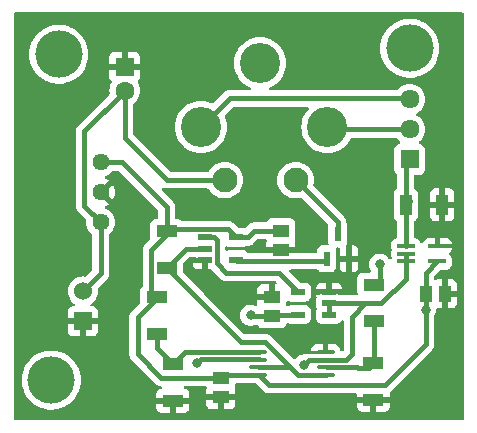
<source format=gbr>
%TF.GenerationSoftware,KiCad,Pcbnew,8.0.0*%
%TF.CreationDate,2024-04-17T17:35:18+02:00*%
%TF.ProjectId,Discharge Controller,44697363-6861-4726-9765-20436f6e7472,rev?*%
%TF.SameCoordinates,Original*%
%TF.FileFunction,Copper,L1,Top*%
%TF.FilePolarity,Positive*%
%FSLAX46Y46*%
G04 Gerber Fmt 4.6, Leading zero omitted, Abs format (unit mm)*
G04 Created by KiCad (PCBNEW 8.0.0) date 2024-04-17 17:35:18*
%MOMM*%
%LPD*%
G01*
G04 APERTURE LIST*
G04 Aperture macros list*
%AMRoundRect*
0 Rectangle with rounded corners*
0 $1 Rounding radius*
0 $2 $3 $4 $5 $6 $7 $8 $9 X,Y pos of 4 corners*
0 Add a 4 corners polygon primitive as box body*
4,1,4,$2,$3,$4,$5,$6,$7,$8,$9,$2,$3,0*
0 Add four circle primitives for the rounded corners*
1,1,$1+$1,$2,$3*
1,1,$1+$1,$4,$5*
1,1,$1+$1,$6,$7*
1,1,$1+$1,$8,$9*
0 Add four rect primitives between the rounded corners*
20,1,$1+$1,$2,$3,$4,$5,0*
20,1,$1+$1,$4,$5,$6,$7,0*
20,1,$1+$1,$6,$7,$8,$9,0*
20,1,$1+$1,$8,$9,$2,$3,0*%
G04 Aperture macros list end*
%TA.AperFunction,SMDPad,CuDef*%
%ADD10R,1.050000X1.800000*%
%TD*%
%TA.AperFunction,ComponentPad*%
%ADD11C,2.100000*%
%TD*%
%TA.AperFunction,ComponentPad*%
%ADD12C,3.400000*%
%TD*%
%TA.AperFunction,SMDPad,CuDef*%
%ADD13R,1.470000X1.070000*%
%TD*%
%TA.AperFunction,SMDPad,CuDef*%
%ADD14RoundRect,0.100000X0.637500X0.100000X-0.637500X0.100000X-0.637500X-0.100000X0.637500X-0.100000X0*%
%TD*%
%TA.AperFunction,SMDPad,CuDef*%
%ADD15R,1.150000X0.600000*%
%TD*%
%TA.AperFunction,SMDPad,CuDef*%
%ADD16R,1.800000X1.050000*%
%TD*%
%TA.AperFunction,SMDPad,CuDef*%
%ADD17R,0.600000X1.300000*%
%TD*%
%TA.AperFunction,SMDPad,CuDef*%
%ADD18R,1.070000X1.470000*%
%TD*%
%TA.AperFunction,ComponentPad*%
%ADD19R,1.610000X1.610000*%
%TD*%
%TA.AperFunction,ComponentPad*%
%ADD20C,1.610000*%
%TD*%
%TA.AperFunction,ComponentPad*%
%ADD21R,1.530000X1.530000*%
%TD*%
%TA.AperFunction,ComponentPad*%
%ADD22C,1.530000*%
%TD*%
%TA.AperFunction,ComponentPad*%
%ADD23C,4.000000*%
%TD*%
%TA.AperFunction,ComponentPad*%
%ADD24C,1.440000*%
%TD*%
%TA.AperFunction,SMDPad,CuDef*%
%ADD25RoundRect,0.100000X-0.650000X-0.100000X0.650000X-0.100000X0.650000X0.100000X-0.650000X0.100000X0*%
%TD*%
%TA.AperFunction,ComponentPad*%
%ADD26R,1.600000X1.600000*%
%TD*%
%TA.AperFunction,ComponentPad*%
%ADD27C,1.600000*%
%TD*%
%TA.AperFunction,ViaPad*%
%ADD28C,0.800000*%
%TD*%
%TA.AperFunction,Conductor*%
%ADD29C,0.250000*%
%TD*%
%TA.AperFunction,Conductor*%
%ADD30C,0.400000*%
%TD*%
G04 APERTURE END LIST*
D10*
%TO.P,R1,1*%
%TO.N,/Raw_Relay_Closed*%
X183048000Y-67099000D03*
%TO.P,R1,2*%
%TO.N,GND*%
X186148000Y-67099000D03*
%TD*%
D11*
%TO.P,K2,1*%
%TO.N,Net-(K2-Pad1)*%
X173719500Y-65006500D03*
D12*
%TO.P,K2,2*%
%TO.N,/SC in*%
X176419500Y-60506500D03*
%TO.P,K2,3*%
%TO.N,unconnected-(K2-Pad3)*%
X170719500Y-55106500D03*
%TO.P,K2,4*%
%TO.N,/SC out*%
X165719500Y-60506500D03*
D11*
%TO.P,K2,5*%
%TO.N,+12V*%
X167719500Y-65006500D03*
%TD*%
D13*
%TO.P,C5,1*%
%TO.N,GND*%
X171704000Y-74872000D03*
%TO.P,C5,2*%
%TO.N,+5V*%
X171704000Y-76512000D03*
%TD*%
D14*
%TO.P,U3,1*%
%TO.N,/SCS_Compliance*%
X176260600Y-81502800D03*
%TO.P,U3,2,-*%
%TO.N,/0.75V*%
X176260600Y-80852800D03*
%TO.P,U3,3,+*%
%TO.N,/Relay_Closed*%
X176260600Y-80202800D03*
%TO.P,U3,4,V-*%
%TO.N,GND*%
X176260600Y-79552800D03*
%TO.P,U3,5,+*%
%TO.N,/4.25V*%
X170535600Y-79552800D03*
%TO.P,U3,6,-*%
%TO.N,/Relay_Closed*%
X170535600Y-80202800D03*
%TO.P,U3,7*%
%TO.N,/SCS_Compliance*%
X170535600Y-80852800D03*
%TO.P,U3,8,V+*%
%TO.N,+5V*%
X170535600Y-81502800D03*
%TD*%
D15*
%TO.P,NAND1,1*%
%TO.N,/Relay_Closed*%
X176560000Y-76388000D03*
%TO.P,NAND1,2*%
X176560000Y-75438000D03*
%TO.P,NAND1,3,GND*%
%TO.N,GND*%
X176560000Y-74488000D03*
%TO.P,NAND1,4*%
%TO.N,Net-(G1-Pad1)*%
X173960000Y-74488000D03*
%TO.P,NAND1,5,VCC*%
%TO.N,+5V*%
X173960000Y-76388000D03*
%TD*%
D16*
%TO.P,R6,1*%
%TO.N,/4.25V*%
X161975800Y-78029400D03*
%TO.P,R6,2*%
%TO.N,+5V*%
X161975800Y-74929400D03*
%TD*%
%TO.P,R2,1*%
%TO.N,/0.75V*%
X180340000Y-76962000D03*
%TO.P,R2,2*%
%TO.N,+5V*%
X180340000Y-73862000D03*
%TD*%
D17*
%TO.P,Q1,1*%
%TO.N,Net-(G1-Pad4)*%
X176342000Y-71662000D03*
%TO.P,Q1,2*%
%TO.N,GND*%
X178242000Y-71662000D03*
%TO.P,Q1,3*%
%TO.N,Net-(K2-Pad1)*%
X177292000Y-69562000D03*
%TD*%
D18*
%TO.P,C2,1*%
%TO.N,GND*%
X186368000Y-74625200D03*
%TO.P,C2,2*%
%TO.N,+5V*%
X184728000Y-74625200D03*
%TD*%
D19*
%TO.P,J1,1,1*%
%TO.N,/Raw_Relay_Closed*%
X183388000Y-63246000D03*
D20*
%TO.P,J1,2,2*%
%TO.N,/SC in*%
X183388000Y-60706000D03*
%TO.P,J1,3,3*%
%TO.N,/SC out*%
X183388000Y-58166000D03*
%TD*%
D21*
%TO.P,J3,1,1*%
%TO.N,GND*%
X155702000Y-76962000D03*
D22*
%TO.P,J3,2,2*%
%TO.N,+12V*%
X155702000Y-74422000D03*
%TD*%
D13*
%TO.P,C3,1*%
%TO.N,GND*%
X167386000Y-83370000D03*
%TO.P,C3,2*%
%TO.N,+5V*%
X167386000Y-81730000D03*
%TD*%
D23*
%TO.P,,1*%
%TO.N,N/C*%
X153035000Y-81940400D03*
%TD*%
D13*
%TO.P,C4,1*%
%TO.N,GND*%
X172466000Y-70924000D03*
%TO.P,C4,2*%
%TO.N,+5V*%
X172466000Y-69284000D03*
%TD*%
D23*
%TO.P,,1*%
%TO.N,N/C*%
X153670000Y-54356000D03*
%TD*%
%TO.P,,1*%
%TO.N,N/C*%
X183388000Y-53848000D03*
%TD*%
D15*
%TO.P,G1,1*%
%TO.N,Net-(G1-Pad1)*%
X166086000Y-69850000D03*
%TO.P,G1,2*%
%TO.N,/SCS_Compliance*%
X166086000Y-70800000D03*
%TO.P,G1,3,GND*%
%TO.N,GND*%
X166086000Y-71750000D03*
%TO.P,G1,4*%
%TO.N,Net-(G1-Pad4)*%
X168686000Y-71750000D03*
%TO.P,G1,5,VCC*%
%TO.N,+5V*%
X168686000Y-69850000D03*
%TD*%
D16*
%TO.P,R5,1*%
%TO.N,GND*%
X180314000Y-83592000D03*
%TO.P,R5,2*%
%TO.N,/0.75V*%
X180314000Y-80492000D03*
%TD*%
%TO.P,R7,1*%
%TO.N,GND*%
X163322000Y-83693600D03*
%TO.P,R7,2*%
%TO.N,/4.25V*%
X163322000Y-80593600D03*
%TD*%
D24*
%TO.P,U1,1,+VIN*%
%TO.N,+12V*%
X157226000Y-68580000D03*
%TO.P,U1,2,GND*%
%TO.N,GND*%
X157226000Y-66040000D03*
%TO.P,U1,3,+VOUT*%
%TO.N,+5V*%
X157226000Y-63500000D03*
%TD*%
D16*
%TO.P,R3,1*%
%TO.N,+5V*%
X162814000Y-69316000D03*
%TO.P,R3,2*%
%TO.N,/SCS_Compliance*%
X162814000Y-72416000D03*
%TD*%
D25*
%TO.P,U2,1,+*%
%TO.N,/Raw_Relay_Closed*%
X183074000Y-70597000D03*
%TO.P,U2,2,-*%
%TO.N,/Relay_Closed*%
X183074000Y-71247000D03*
%TO.P,U2,3*%
X183074000Y-71897000D03*
%TO.P,U2,4,V+*%
%TO.N,+5V*%
X185734000Y-71897000D03*
%TO.P,U2,5,V-*%
%TO.N,GND*%
X185734000Y-70597000D03*
%TD*%
D26*
%TO.P,C1,1*%
%TO.N,GND*%
X159258000Y-55432888D03*
D27*
%TO.P,C1,2*%
%TO.N,+12V*%
X159258000Y-57432888D03*
%TD*%
D28*
%TO.N,+5V*%
X180848000Y-72136000D03*
X169926000Y-76454000D03*
X184728000Y-75996800D03*
%TO.N,/Relay_Closed*%
X165354000Y-80518000D03*
X174396400Y-80702800D03*
%TD*%
D29*
%TO.N,GND*%
X176260600Y-79552800D02*
X173939200Y-79552800D01*
D30*
%TO.N,+12V*%
X157226000Y-68580000D02*
X157226000Y-72898000D01*
X167719500Y-65006500D02*
X162796500Y-65006500D01*
X159258000Y-61468000D02*
X159258000Y-57432888D01*
X159258000Y-57432888D02*
X155829000Y-60861888D01*
X155829000Y-60861888D02*
X155829000Y-67183000D01*
X157226000Y-72898000D02*
X155702000Y-74422000D01*
X162796500Y-65006500D02*
X159258000Y-61468000D01*
X155829000Y-67183000D02*
X157226000Y-68580000D01*
%TO.N,+5V*%
X171828000Y-76388000D02*
X171704000Y-76512000D01*
X162814000Y-67259200D02*
X162814000Y-69316000D01*
X161975800Y-74955400D02*
X160350200Y-76581000D01*
X162814000Y-69596000D02*
X161514000Y-70896000D01*
X160350200Y-76581000D02*
X160350200Y-79745200D01*
X173960000Y-76388000D02*
X171828000Y-76388000D01*
X181318000Y-82334000D02*
X171460500Y-82334000D01*
X169672000Y-69850000D02*
X170238000Y-69284000D01*
X171704000Y-76512000D02*
X169984000Y-76512000D01*
X171460500Y-82334000D02*
X170619500Y-81493000D01*
X162980000Y-69150000D02*
X162814000Y-69316000D01*
X161514000Y-74467600D02*
X161975800Y-74929400D01*
X184728000Y-75996800D02*
X184728000Y-74625200D01*
X180848000Y-72136000D02*
X180848000Y-73354000D01*
X184728000Y-75996800D02*
X184728000Y-78924000D01*
X157226000Y-63500000D02*
X159054800Y-63500000D01*
X168686000Y-69850000D02*
X167986000Y-69150000D01*
X161514000Y-70896000D02*
X161514000Y-74467600D01*
X184728000Y-72903000D02*
X185734000Y-71897000D01*
X184728000Y-74625200D02*
X184728000Y-72903000D01*
X162335000Y-81730000D02*
X167386000Y-81730000D01*
X168686000Y-69850000D02*
X169672000Y-69850000D01*
X159054800Y-63500000D02*
X162814000Y-67259200D01*
X184728000Y-78924000D02*
X181318000Y-82334000D01*
X162814000Y-69316000D02*
X162814000Y-69596000D01*
X160350200Y-79745200D02*
X162335000Y-81730000D01*
X166953000Y-81493000D02*
X166936000Y-81476000D01*
X161975800Y-74929400D02*
X161975800Y-74955400D01*
X169984000Y-76512000D02*
X169926000Y-76454000D01*
X170238000Y-69284000D02*
X172466000Y-69284000D01*
X167986000Y-69150000D02*
X162980000Y-69150000D01*
X180848000Y-73354000D02*
X180340000Y-73862000D01*
X170619500Y-81493000D02*
X166953000Y-81493000D01*
%TO.N,/SCS_Compliance*%
X169138000Y-78740000D02*
X162814000Y-72416000D01*
X173932978Y-81502800D02*
X176260600Y-81502800D01*
X173273178Y-80843000D02*
X173932978Y-81502800D01*
X169138000Y-78740000D02*
X171170178Y-78740000D01*
X166086000Y-70800000D02*
X164430000Y-70800000D01*
X170619500Y-80843000D02*
X173273178Y-80843000D01*
X171170178Y-78740000D02*
X173932978Y-81502800D01*
X164430000Y-70800000D02*
X162814000Y-72416000D01*
%TO.N,Net-(G1-Pad4)*%
X176145000Y-71859000D02*
X176342000Y-71662000D01*
X168795000Y-71859000D02*
X176145000Y-71859000D01*
X168686000Y-71750000D02*
X168795000Y-71859000D01*
%TO.N,Net-(G1-Pad1)*%
X167843200Y-72847200D02*
X167061000Y-72065000D01*
X173960000Y-74488000D02*
X172319200Y-72847200D01*
X172319200Y-72847200D02*
X167843200Y-72847200D01*
X166811000Y-69850000D02*
X166086000Y-69850000D01*
X167061000Y-70100000D02*
X166811000Y-69850000D01*
X167061000Y-72065000D02*
X167061000Y-70100000D01*
%TO.N,/SC in*%
X183388000Y-60706000D02*
X176619000Y-60706000D01*
X176619000Y-60706000D02*
X176419500Y-60506500D01*
%TO.N,/SC out*%
X183388000Y-58166000D02*
X183311800Y-58089800D01*
X183311800Y-58089800D02*
X168136200Y-58089800D01*
X168136200Y-58089800D02*
X165719500Y-60506500D01*
%TO.N,Net-(K2-Pad1)*%
X177292000Y-69562000D02*
X177292000Y-68579000D01*
X177292000Y-68579000D02*
X173719500Y-65006500D01*
%TO.N,/Relay_Closed*%
X174896400Y-80202800D02*
X176260600Y-80202800D01*
X178013600Y-80202800D02*
X176260600Y-80202800D01*
X178511200Y-79705200D02*
X178013600Y-80202800D01*
X179639000Y-75438000D02*
X178511200Y-76565800D01*
X174396400Y-80702800D02*
X174896400Y-80202800D01*
X178511200Y-76565800D02*
X178511200Y-79705200D01*
X176560000Y-75438000D02*
X176560000Y-76388000D01*
X183074000Y-73353000D02*
X183074000Y-71897000D01*
X165354000Y-80518000D02*
X165679000Y-80193000D01*
X180989000Y-75438000D02*
X179639000Y-75438000D01*
X165679000Y-80193000D02*
X170619500Y-80193000D01*
X183074000Y-71247000D02*
X183074000Y-71897000D01*
X180989000Y-75438000D02*
X183074000Y-73353000D01*
X176560000Y-75438000D02*
X180989000Y-75438000D01*
%TO.N,/Raw_Relay_Closed*%
X183048000Y-67099000D02*
X183048000Y-70571000D01*
X183048000Y-67099000D02*
X183048000Y-63586000D01*
X183388000Y-66759000D02*
X183048000Y-67099000D01*
X183048000Y-70571000D02*
X183074000Y-70597000D01*
X183048000Y-63586000D02*
X183388000Y-63246000D01*
%TO.N,/0.75V*%
X178971000Y-80893000D02*
X178921000Y-80843000D01*
X178921000Y-80843000D02*
X176344500Y-80843000D01*
X180314000Y-80492000D02*
X179913000Y-80893000D01*
X180340000Y-80466000D02*
X180314000Y-80492000D01*
X179913000Y-80893000D02*
X178971000Y-80893000D01*
X180340000Y-76962000D02*
X180340000Y-80466000D01*
%TO.N,/4.25V*%
X161975800Y-79247400D02*
X163322000Y-80593600D01*
X164372600Y-79543000D02*
X163322000Y-80593600D01*
X170619500Y-79543000D02*
X164372600Y-79543000D01*
X161975800Y-78029400D02*
X161975800Y-79247400D01*
%TD*%
%TA.AperFunction,Conductor*%
%TO.N,GND*%
G36*
X187903039Y-50819685D02*
G01*
X187948794Y-50872489D01*
X187960000Y-50924000D01*
X187960000Y-85220000D01*
X187940315Y-85287039D01*
X187887511Y-85332794D01*
X187836000Y-85344000D01*
X149984000Y-85344000D01*
X149916961Y-85324315D01*
X149871206Y-85271511D01*
X149860000Y-85220000D01*
X149860000Y-81940405D01*
X150529556Y-81940405D01*
X150549310Y-82254404D01*
X150549311Y-82254411D01*
X150567694Y-82350775D01*
X150597896Y-82509104D01*
X150608270Y-82563483D01*
X150705497Y-82862716D01*
X150705499Y-82862721D01*
X150839461Y-83147403D01*
X150839464Y-83147409D01*
X151008051Y-83413061D01*
X151008054Y-83413065D01*
X151208606Y-83655490D01*
X151208608Y-83655492D01*
X151437968Y-83870876D01*
X151437978Y-83870884D01*
X151692504Y-84055808D01*
X151692509Y-84055810D01*
X151692516Y-84055816D01*
X151968234Y-84207394D01*
X151968239Y-84207396D01*
X151968241Y-84207397D01*
X151968242Y-84207398D01*
X152260771Y-84323218D01*
X152260774Y-84323219D01*
X152554349Y-84398596D01*
X152565527Y-84401466D01*
X152593494Y-84404999D01*
X152877670Y-84440899D01*
X152877679Y-84440899D01*
X152877682Y-84440900D01*
X152877684Y-84440900D01*
X153192316Y-84440900D01*
X153192318Y-84440900D01*
X153192321Y-84440899D01*
X153192329Y-84440899D01*
X153378593Y-84417368D01*
X153504473Y-84401466D01*
X153809225Y-84323219D01*
X153809228Y-84323218D01*
X154101757Y-84207398D01*
X154101758Y-84207397D01*
X154101756Y-84207397D01*
X154101766Y-84207394D01*
X154377484Y-84055816D01*
X154531936Y-83943600D01*
X161922000Y-83943600D01*
X161922000Y-84266444D01*
X161928401Y-84325972D01*
X161928403Y-84325979D01*
X161978645Y-84460686D01*
X161978649Y-84460693D01*
X162064809Y-84575787D01*
X162064812Y-84575790D01*
X162179906Y-84661950D01*
X162179913Y-84661954D01*
X162314620Y-84712196D01*
X162314627Y-84712198D01*
X162374155Y-84718599D01*
X162374172Y-84718600D01*
X163072000Y-84718600D01*
X163072000Y-83943600D01*
X163572000Y-83943600D01*
X163572000Y-84718600D01*
X164269828Y-84718600D01*
X164269844Y-84718599D01*
X164329372Y-84712198D01*
X164329379Y-84712196D01*
X164464086Y-84661954D01*
X164464093Y-84661950D01*
X164579187Y-84575790D01*
X164579190Y-84575787D01*
X164665350Y-84460693D01*
X164665354Y-84460686D01*
X164715596Y-84325979D01*
X164715598Y-84325972D01*
X164721999Y-84266444D01*
X164722000Y-84266427D01*
X164722000Y-83943600D01*
X163572000Y-83943600D01*
X163072000Y-83943600D01*
X161922000Y-83943600D01*
X154531936Y-83943600D01*
X154632030Y-83870878D01*
X154861390Y-83655494D01*
X154890753Y-83620000D01*
X166151000Y-83620000D01*
X166151000Y-83952844D01*
X166157401Y-84012372D01*
X166157403Y-84012379D01*
X166207645Y-84147086D01*
X166207649Y-84147093D01*
X166293809Y-84262187D01*
X166293812Y-84262190D01*
X166408906Y-84348350D01*
X166408913Y-84348354D01*
X166543620Y-84398596D01*
X166543627Y-84398598D01*
X166603155Y-84404999D01*
X166603172Y-84405000D01*
X167136000Y-84405000D01*
X167136000Y-83620000D01*
X167636000Y-83620000D01*
X167636000Y-84405000D01*
X168168828Y-84405000D01*
X168168844Y-84404999D01*
X168228372Y-84398598D01*
X168228379Y-84398596D01*
X168363086Y-84348354D01*
X168363093Y-84348350D01*
X168478187Y-84262190D01*
X168478190Y-84262187D01*
X168564350Y-84147093D01*
X168564354Y-84147086D01*
X168614596Y-84012379D01*
X168614598Y-84012372D01*
X168620999Y-83952844D01*
X168621000Y-83952827D01*
X168621000Y-83842000D01*
X178914000Y-83842000D01*
X178914000Y-84164844D01*
X178920401Y-84224372D01*
X178920403Y-84224379D01*
X178970645Y-84359086D01*
X178970649Y-84359093D01*
X179056809Y-84474187D01*
X179056812Y-84474190D01*
X179171906Y-84560350D01*
X179171913Y-84560354D01*
X179306620Y-84610596D01*
X179306627Y-84610598D01*
X179366155Y-84616999D01*
X179366172Y-84617000D01*
X180064000Y-84617000D01*
X180064000Y-83842000D01*
X180564000Y-83842000D01*
X180564000Y-84617000D01*
X181261828Y-84617000D01*
X181261844Y-84616999D01*
X181321372Y-84610598D01*
X181321379Y-84610596D01*
X181456086Y-84560354D01*
X181456093Y-84560350D01*
X181571187Y-84474190D01*
X181571190Y-84474187D01*
X181657350Y-84359093D01*
X181657354Y-84359086D01*
X181707596Y-84224379D01*
X181707598Y-84224372D01*
X181713999Y-84164844D01*
X181714000Y-84164827D01*
X181714000Y-83842000D01*
X180564000Y-83842000D01*
X180064000Y-83842000D01*
X178914000Y-83842000D01*
X168621000Y-83842000D01*
X168621000Y-83620000D01*
X167636000Y-83620000D01*
X167136000Y-83620000D01*
X166151000Y-83620000D01*
X154890753Y-83620000D01*
X155061947Y-83413063D01*
X155230537Y-83147407D01*
X155364503Y-82862715D01*
X155461731Y-82563479D01*
X155520688Y-82254415D01*
X155524454Y-82194561D01*
X155540444Y-81940405D01*
X155540444Y-81940394D01*
X155520689Y-81626395D01*
X155520688Y-81626388D01*
X155520688Y-81626385D01*
X155461731Y-81317321D01*
X155364503Y-81018085D01*
X155230537Y-80733393D01*
X155061947Y-80467737D01*
X154944562Y-80325843D01*
X154861393Y-80225309D01*
X154861391Y-80225307D01*
X154777916Y-80146918D01*
X154632030Y-80009922D01*
X154632027Y-80009920D01*
X154632021Y-80009915D01*
X154377495Y-79824991D01*
X154377488Y-79824986D01*
X154377484Y-79824984D01*
X154101766Y-79673406D01*
X154101763Y-79673404D01*
X154101758Y-79673402D01*
X154101757Y-79673401D01*
X153809228Y-79557581D01*
X153809225Y-79557580D01*
X153504476Y-79479334D01*
X153504463Y-79479332D01*
X153192329Y-79439900D01*
X153192318Y-79439900D01*
X152877682Y-79439900D01*
X152877670Y-79439900D01*
X152565536Y-79479332D01*
X152565523Y-79479334D01*
X152260774Y-79557580D01*
X152260771Y-79557581D01*
X151968242Y-79673401D01*
X151968241Y-79673402D01*
X151692516Y-79824984D01*
X151692504Y-79824991D01*
X151437978Y-80009915D01*
X151437968Y-80009923D01*
X151208608Y-80225307D01*
X151208606Y-80225309D01*
X151008054Y-80467734D01*
X151008051Y-80467738D01*
X150839464Y-80733390D01*
X150839461Y-80733396D01*
X150705499Y-81018078D01*
X150705497Y-81018083D01*
X150608270Y-81317316D01*
X150549311Y-81626388D01*
X150549310Y-81626395D01*
X150529556Y-81940394D01*
X150529556Y-81940405D01*
X149860000Y-81940405D01*
X149860000Y-74422001D01*
X154431666Y-74422001D01*
X154450964Y-74642585D01*
X154450965Y-74642592D01*
X154508275Y-74856475D01*
X154508279Y-74856486D01*
X154589431Y-75030517D01*
X154601858Y-75057167D01*
X154728868Y-75238555D01*
X154885445Y-75395132D01*
X154994404Y-75471426D01*
X155038027Y-75526002D01*
X155045220Y-75595501D01*
X155013698Y-75657855D01*
X154953468Y-75693269D01*
X154923279Y-75697000D01*
X154889155Y-75697000D01*
X154829627Y-75703401D01*
X154829620Y-75703403D01*
X154694913Y-75753645D01*
X154694906Y-75753649D01*
X154579812Y-75839809D01*
X154579809Y-75839812D01*
X154493649Y-75954906D01*
X154493645Y-75954913D01*
X154443403Y-76089620D01*
X154443401Y-76089627D01*
X154437000Y-76149155D01*
X154437000Y-76712000D01*
X155257440Y-76712000D01*
X155226755Y-76765147D01*
X155192000Y-76894857D01*
X155192000Y-77029143D01*
X155226755Y-77158853D01*
X155257440Y-77212000D01*
X154437000Y-77212000D01*
X154437000Y-77774844D01*
X154443401Y-77834372D01*
X154443403Y-77834379D01*
X154493645Y-77969086D01*
X154493649Y-77969093D01*
X154579809Y-78084187D01*
X154579812Y-78084190D01*
X154694906Y-78170350D01*
X154694913Y-78170354D01*
X154829620Y-78220596D01*
X154829627Y-78220598D01*
X154889155Y-78226999D01*
X154889172Y-78227000D01*
X155452000Y-78227000D01*
X155452000Y-77406560D01*
X155505147Y-77437245D01*
X155634857Y-77472000D01*
X155769143Y-77472000D01*
X155898853Y-77437245D01*
X155952000Y-77406560D01*
X155952000Y-78227000D01*
X156514828Y-78227000D01*
X156514844Y-78226999D01*
X156574372Y-78220598D01*
X156574379Y-78220596D01*
X156709086Y-78170354D01*
X156709093Y-78170350D01*
X156824187Y-78084190D01*
X156824190Y-78084187D01*
X156910350Y-77969093D01*
X156910354Y-77969086D01*
X156960596Y-77834379D01*
X156960598Y-77834372D01*
X156966999Y-77774844D01*
X156967000Y-77774827D01*
X156967000Y-77212000D01*
X156146560Y-77212000D01*
X156177245Y-77158853D01*
X156212000Y-77029143D01*
X156212000Y-76894857D01*
X156177245Y-76765147D01*
X156146560Y-76712000D01*
X156967000Y-76712000D01*
X156967000Y-76149172D01*
X156966999Y-76149155D01*
X156960598Y-76089627D01*
X156960596Y-76089620D01*
X156910354Y-75954913D01*
X156910350Y-75954906D01*
X156824190Y-75839812D01*
X156824187Y-75839809D01*
X156709093Y-75753649D01*
X156709086Y-75753645D01*
X156574379Y-75703403D01*
X156574372Y-75703401D01*
X156514844Y-75697000D01*
X156480721Y-75697000D01*
X156413682Y-75677315D01*
X156367927Y-75624511D01*
X156357983Y-75555353D01*
X156387008Y-75491797D01*
X156409593Y-75471427D01*
X156518555Y-75395132D01*
X156675132Y-75238555D01*
X156802142Y-75057167D01*
X156895723Y-74856480D01*
X156953035Y-74642591D01*
X156972334Y-74422000D01*
X156970685Y-74403157D01*
X156966606Y-74356527D01*
X156954873Y-74222421D01*
X156968640Y-74153923D01*
X156990717Y-74123938D01*
X157770113Y-73344543D01*
X157800848Y-73298546D01*
X157846775Y-73229811D01*
X157899580Y-73102328D01*
X157901104Y-73094669D01*
X157904934Y-73075409D01*
X157926500Y-72966993D01*
X157926500Y-69644010D01*
X157946185Y-69576971D01*
X157979378Y-69542434D01*
X158013519Y-69518529D01*
X158164529Y-69367519D01*
X158287021Y-69192581D01*
X158377276Y-68999030D01*
X158432549Y-68792747D01*
X158451162Y-68580000D01*
X158448420Y-68548664D01*
X158445038Y-68510004D01*
X158432549Y-68367253D01*
X158377276Y-68160970D01*
X158287021Y-67967419D01*
X158164529Y-67792481D01*
X158164527Y-67792478D01*
X158013521Y-67641472D01*
X157838578Y-67518977D01*
X157838579Y-67518977D01*
X157709547Y-67458809D01*
X157645030Y-67428724D01*
X157645023Y-67428722D01*
X157639936Y-67426870D01*
X157640606Y-67425028D01*
X157588293Y-67393114D01*
X157557789Y-67330255D01*
X157566111Y-67260883D01*
X157610617Y-67207022D01*
X157640097Y-67193574D01*
X157639764Y-67192658D01*
X157644864Y-67190801D01*
X157838325Y-67100589D01*
X157894029Y-67061583D01*
X157330914Y-66498468D01*
X157407413Y-66477971D01*
X157514587Y-66416094D01*
X157602094Y-66328587D01*
X157663971Y-66221413D01*
X157684468Y-66144915D01*
X158247583Y-66708029D01*
X158286589Y-66652325D01*
X158376801Y-66458864D01*
X158376805Y-66458853D01*
X158432054Y-66252662D01*
X158432055Y-66252654D01*
X158450660Y-66040002D01*
X158450660Y-66039997D01*
X158432055Y-65827345D01*
X158432054Y-65827337D01*
X158376805Y-65621146D01*
X158376802Y-65621140D01*
X158286586Y-65427669D01*
X158286582Y-65427663D01*
X158247584Y-65371968D01*
X157684468Y-65935084D01*
X157663971Y-65858587D01*
X157602094Y-65751413D01*
X157514587Y-65663906D01*
X157407413Y-65602029D01*
X157330914Y-65581531D01*
X157894030Y-65018415D01*
X157838329Y-64979413D01*
X157644859Y-64889197D01*
X157639764Y-64887342D01*
X157640455Y-64885443D01*
X157588325Y-64853667D01*
X157557797Y-64790820D01*
X157566093Y-64721444D01*
X157610579Y-64667567D01*
X157640257Y-64654014D01*
X157639936Y-64653130D01*
X157645013Y-64651280D01*
X157645030Y-64651276D01*
X157838581Y-64561021D01*
X158013519Y-64438529D01*
X158164529Y-64287519D01*
X158188436Y-64253375D01*
X158243013Y-64209752D01*
X158290011Y-64200500D01*
X158713281Y-64200500D01*
X158780320Y-64220185D01*
X158800962Y-64236819D01*
X162077181Y-67513038D01*
X162110666Y-67574361D01*
X162113500Y-67600719D01*
X162113500Y-68166500D01*
X162093815Y-68233539D01*
X162041011Y-68279294D01*
X161989501Y-68290500D01*
X161866130Y-68290500D01*
X161866123Y-68290501D01*
X161806516Y-68296908D01*
X161671671Y-68347202D01*
X161671664Y-68347206D01*
X161556455Y-68433452D01*
X161556452Y-68433455D01*
X161470206Y-68548664D01*
X161470202Y-68548671D01*
X161419908Y-68683517D01*
X161413501Y-68743116D01*
X161413500Y-68743135D01*
X161413500Y-69888870D01*
X161413501Y-69888879D01*
X161418513Y-69935504D01*
X161406106Y-70004263D01*
X161382904Y-70036437D01*
X160969887Y-70449454D01*
X160947376Y-70483146D01*
X160928430Y-70511501D01*
X160910827Y-70537845D01*
X160893225Y-70564188D01*
X160893221Y-70564195D01*
X160840421Y-70691667D01*
X160840418Y-70691677D01*
X160813500Y-70827004D01*
X160813500Y-73913482D01*
X160793815Y-73980521D01*
X160763812Y-74012748D01*
X160718257Y-74046850D01*
X160718251Y-74046857D01*
X160632006Y-74162064D01*
X160632002Y-74162071D01*
X160581708Y-74296917D01*
X160575301Y-74356516D01*
X160575301Y-74356523D01*
X160575300Y-74356535D01*
X160575300Y-75313880D01*
X160555615Y-75380919D01*
X160538981Y-75401561D01*
X159806088Y-76134453D01*
X159806085Y-76134456D01*
X159739580Y-76233990D01*
X159729425Y-76249188D01*
X159676620Y-76376671D01*
X159676618Y-76376677D01*
X159649700Y-76512004D01*
X159649700Y-76512007D01*
X159649700Y-79676206D01*
X159649700Y-79814194D01*
X159649700Y-79814196D01*
X159649699Y-79814196D01*
X159676618Y-79949522D01*
X159676621Y-79949532D01*
X159729422Y-80077007D01*
X159806087Y-80191745D01*
X161888454Y-82274112D01*
X162003192Y-82350777D01*
X162130667Y-82403578D01*
X162130672Y-82403580D01*
X162130676Y-82403580D01*
X162130677Y-82403581D01*
X162266003Y-82430500D01*
X162266006Y-82430500D01*
X162266007Y-82430500D01*
X162285369Y-82430500D01*
X162352408Y-82450185D01*
X162398163Y-82502989D01*
X162408107Y-82572147D01*
X162379082Y-82635703D01*
X162320304Y-82673477D01*
X162314822Y-82674927D01*
X162179913Y-82725245D01*
X162179906Y-82725249D01*
X162064812Y-82811409D01*
X162064809Y-82811412D01*
X161978649Y-82926506D01*
X161978645Y-82926513D01*
X161928403Y-83061220D01*
X161928401Y-83061227D01*
X161922000Y-83120755D01*
X161922000Y-83443600D01*
X164722000Y-83443600D01*
X164722000Y-83120772D01*
X164721999Y-83120755D01*
X164715598Y-83061227D01*
X164715596Y-83061220D01*
X164665354Y-82926513D01*
X164665350Y-82926506D01*
X164579190Y-82811412D01*
X164579187Y-82811409D01*
X164464093Y-82725249D01*
X164464086Y-82725245D01*
X164322108Y-82672291D01*
X164322623Y-82670909D01*
X164269402Y-82640605D01*
X164237014Y-82578695D01*
X164243240Y-82509104D01*
X164286101Y-82453925D01*
X164351990Y-82430678D01*
X164358631Y-82430500D01*
X166089629Y-82430500D01*
X166156668Y-82450185D01*
X166202423Y-82502989D01*
X166212367Y-82572147D01*
X166205811Y-82597833D01*
X166157403Y-82727620D01*
X166157401Y-82727627D01*
X166151000Y-82787155D01*
X166151000Y-83120000D01*
X168621000Y-83120000D01*
X168621000Y-82787172D01*
X168620999Y-82787155D01*
X168614598Y-82727627D01*
X168614597Y-82727623D01*
X168564776Y-82594049D01*
X168559792Y-82524358D01*
X168564776Y-82507381D01*
X168564793Y-82507334D01*
X168564796Y-82507331D01*
X168615091Y-82372483D01*
X168621500Y-82312873D01*
X168621500Y-82312847D01*
X168621608Y-82310852D01*
X168621765Y-82310406D01*
X168621855Y-82309572D01*
X168622052Y-82309593D01*
X168644859Y-82244964D01*
X168700040Y-82202106D01*
X168745430Y-82193500D01*
X169776174Y-82193500D01*
X169792359Y-82194561D01*
X169858739Y-82203300D01*
X170287780Y-82203299D01*
X170354819Y-82222983D01*
X170375461Y-82239618D01*
X171013953Y-82878111D01*
X171013954Y-82878112D01*
X171128692Y-82954777D01*
X171256167Y-83007578D01*
X171256172Y-83007580D01*
X171256176Y-83007580D01*
X171256177Y-83007581D01*
X171391503Y-83034500D01*
X178790000Y-83034500D01*
X178857039Y-83054185D01*
X178902794Y-83106989D01*
X178914000Y-83158500D01*
X178914000Y-83342000D01*
X181714000Y-83342000D01*
X181714000Y-83019172D01*
X181713999Y-83019163D01*
X181711264Y-82993727D01*
X181723667Y-82924967D01*
X181760679Y-82883021D01*
X181759828Y-82881984D01*
X181764537Y-82878117D01*
X181764543Y-82878114D01*
X185272114Y-79370543D01*
X185348775Y-79255811D01*
X185401580Y-79128329D01*
X185412860Y-79071620D01*
X185428500Y-78992993D01*
X185428500Y-76612191D01*
X185448185Y-76545152D01*
X185460352Y-76529217D01*
X185460533Y-76529016D01*
X185555179Y-76365084D01*
X185613674Y-76185056D01*
X185633460Y-75996800D01*
X185633250Y-75994806D01*
X185633460Y-75993660D01*
X185633460Y-75990301D01*
X185634074Y-75990301D01*
X185645815Y-75926079D01*
X185693543Y-75875051D01*
X185761282Y-75857929D01*
X185769832Y-75858550D01*
X185785170Y-75860199D01*
X185785172Y-75860200D01*
X186118000Y-75860200D01*
X186118000Y-74875200D01*
X186618000Y-74875200D01*
X186618000Y-75860200D01*
X186950828Y-75860200D01*
X186950844Y-75860199D01*
X187010372Y-75853798D01*
X187010379Y-75853796D01*
X187145086Y-75803554D01*
X187145093Y-75803550D01*
X187260187Y-75717390D01*
X187260190Y-75717387D01*
X187346350Y-75602293D01*
X187346354Y-75602286D01*
X187396596Y-75467579D01*
X187396598Y-75467572D01*
X187402999Y-75408044D01*
X187403000Y-75408027D01*
X187403000Y-74875200D01*
X186618000Y-74875200D01*
X186118000Y-74875200D01*
X186118000Y-73390200D01*
X186618000Y-73390200D01*
X186618000Y-74375200D01*
X187403000Y-74375200D01*
X187403000Y-73842372D01*
X187402999Y-73842355D01*
X187396598Y-73782827D01*
X187396596Y-73782820D01*
X187346354Y-73648113D01*
X187346350Y-73648106D01*
X187260190Y-73533012D01*
X187260187Y-73533009D01*
X187145093Y-73446849D01*
X187145086Y-73446845D01*
X187010379Y-73396603D01*
X187010372Y-73396601D01*
X186950844Y-73390200D01*
X186618000Y-73390200D01*
X186118000Y-73390200D01*
X185785155Y-73390200D01*
X185725627Y-73396601D01*
X185725619Y-73396603D01*
X185595833Y-73445010D01*
X185526141Y-73449994D01*
X185464818Y-73416508D01*
X185431334Y-73355185D01*
X185428500Y-73328828D01*
X185428500Y-73244518D01*
X185448185Y-73177479D01*
X185464815Y-73156841D01*
X185987838Y-72633817D01*
X186049161Y-72600333D01*
X186075519Y-72597499D01*
X186423363Y-72597499D01*
X186540753Y-72582046D01*
X186540757Y-72582044D01*
X186540762Y-72582044D01*
X186686841Y-72521536D01*
X186812282Y-72425282D01*
X186908536Y-72299841D01*
X186969044Y-72153762D01*
X186984500Y-72036361D01*
X186984499Y-71757640D01*
X186984499Y-71757639D01*
X186984499Y-71757636D01*
X186969046Y-71640246D01*
X186969044Y-71640241D01*
X186969044Y-71640238D01*
X186908536Y-71494159D01*
X186812282Y-71368718D01*
X186781447Y-71345057D01*
X186740247Y-71288632D01*
X186736092Y-71218886D01*
X186770304Y-71157966D01*
X186781451Y-71148307D01*
X186811923Y-71124925D01*
X186908100Y-70999586D01*
X186968555Y-70853631D01*
X186976012Y-70797000D01*
X185658000Y-70797000D01*
X185590961Y-70777315D01*
X185545206Y-70724511D01*
X185534000Y-70673000D01*
X185534000Y-69897000D01*
X185934000Y-69897000D01*
X185934000Y-70397000D01*
X186976010Y-70397000D01*
X186976011Y-70396998D01*
X186968557Y-70340372D01*
X186968555Y-70340366D01*
X186908100Y-70194414D01*
X186811924Y-70069075D01*
X186686586Y-69972899D01*
X186540634Y-69912445D01*
X186540630Y-69912444D01*
X186423330Y-69897000D01*
X185934000Y-69897000D01*
X185534000Y-69897000D01*
X185044675Y-69897000D01*
X184927371Y-69912442D01*
X184927366Y-69912444D01*
X184781414Y-69972899D01*
X184656075Y-70069075D01*
X184559900Y-70194412D01*
X184518831Y-70293562D01*
X184474990Y-70347965D01*
X184408695Y-70370030D01*
X184340996Y-70352751D01*
X184293386Y-70301613D01*
X184289716Y-70293578D01*
X184256437Y-70213234D01*
X184248537Y-70194161D01*
X184248536Y-70194160D01*
X184248536Y-70194159D01*
X184152282Y-70068718D01*
X184026841Y-69972464D01*
X183880762Y-69911956D01*
X183869072Y-69910417D01*
X183856312Y-69908737D01*
X183792416Y-69880469D01*
X183753946Y-69822144D01*
X183748500Y-69785798D01*
X183748500Y-68552861D01*
X183768185Y-68485822D01*
X183808418Y-68448362D01*
X183808231Y-68448112D01*
X183810565Y-68446364D01*
X183813076Y-68444027D01*
X183815323Y-68442798D01*
X183815331Y-68442796D01*
X183930546Y-68356546D01*
X184016796Y-68241331D01*
X184067091Y-68106483D01*
X184073500Y-68046873D01*
X184073499Y-67349000D01*
X185123000Y-67349000D01*
X185123000Y-68046844D01*
X185129401Y-68106372D01*
X185129403Y-68106379D01*
X185179645Y-68241086D01*
X185179649Y-68241093D01*
X185265809Y-68356187D01*
X185265812Y-68356190D01*
X185380906Y-68442350D01*
X185380913Y-68442354D01*
X185515620Y-68492596D01*
X185515627Y-68492598D01*
X185575155Y-68498999D01*
X185575172Y-68499000D01*
X185898000Y-68499000D01*
X185898000Y-67349000D01*
X186398000Y-67349000D01*
X186398000Y-68499000D01*
X186720828Y-68499000D01*
X186720844Y-68498999D01*
X186780372Y-68492598D01*
X186780379Y-68492596D01*
X186915086Y-68442354D01*
X186915093Y-68442350D01*
X187030187Y-68356190D01*
X187030190Y-68356187D01*
X187116350Y-68241093D01*
X187116354Y-68241086D01*
X187166596Y-68106379D01*
X187166598Y-68106372D01*
X187172999Y-68046844D01*
X187173000Y-68046827D01*
X187173000Y-67349000D01*
X186398000Y-67349000D01*
X185898000Y-67349000D01*
X185123000Y-67349000D01*
X184073499Y-67349000D01*
X184073499Y-66915617D01*
X184075882Y-66891425D01*
X184084322Y-66849000D01*
X185123000Y-66849000D01*
X185898000Y-66849000D01*
X185898000Y-65699000D01*
X186398000Y-65699000D01*
X186398000Y-66849000D01*
X187173000Y-66849000D01*
X187173000Y-66151172D01*
X187172999Y-66151155D01*
X187166598Y-66091627D01*
X187166596Y-66091620D01*
X187116354Y-65956913D01*
X187116350Y-65956906D01*
X187030190Y-65841812D01*
X187030187Y-65841809D01*
X186915093Y-65755649D01*
X186915086Y-65755645D01*
X186780379Y-65705403D01*
X186780372Y-65705401D01*
X186720844Y-65699000D01*
X186398000Y-65699000D01*
X185898000Y-65699000D01*
X185575155Y-65699000D01*
X185515627Y-65705401D01*
X185515620Y-65705403D01*
X185380913Y-65755645D01*
X185380906Y-65755649D01*
X185265812Y-65841809D01*
X185265809Y-65841812D01*
X185179649Y-65956906D01*
X185179645Y-65956913D01*
X185129403Y-66091620D01*
X185129401Y-66091627D01*
X185123000Y-66151155D01*
X185123000Y-66849000D01*
X184084322Y-66849000D01*
X184088500Y-66827995D01*
X184088500Y-66690003D01*
X184075882Y-66626571D01*
X184073499Y-66602379D01*
X184073499Y-66151129D01*
X184073498Y-66151123D01*
X184073497Y-66151116D01*
X184067091Y-66091517D01*
X184057707Y-66066358D01*
X184016797Y-65956671D01*
X184016793Y-65956664D01*
X183930547Y-65841455D01*
X183930544Y-65841452D01*
X183815329Y-65755202D01*
X183813068Y-65753967D01*
X183811246Y-65752145D01*
X183808231Y-65749888D01*
X183808555Y-65749454D01*
X183763665Y-65704559D01*
X183748500Y-65645138D01*
X183748500Y-64675499D01*
X183768185Y-64608460D01*
X183820989Y-64562705D01*
X183872500Y-64551499D01*
X184240871Y-64551499D01*
X184240872Y-64551499D01*
X184300483Y-64545091D01*
X184435331Y-64494796D01*
X184550546Y-64408546D01*
X184636796Y-64293331D01*
X184687091Y-64158483D01*
X184693500Y-64098873D01*
X184693499Y-62393128D01*
X184687091Y-62333517D01*
X184672147Y-62293451D01*
X184636797Y-62198671D01*
X184636793Y-62198664D01*
X184550547Y-62083455D01*
X184550544Y-62083452D01*
X184435335Y-61997206D01*
X184435328Y-61997202D01*
X184300482Y-61946908D01*
X184300484Y-61946908D01*
X184274815Y-61944149D01*
X184210264Y-61917411D01*
X184170416Y-61860018D01*
X184167923Y-61790193D01*
X184203576Y-61730104D01*
X184216941Y-61719290D01*
X184230365Y-61709891D01*
X184391891Y-61548365D01*
X184522915Y-61361244D01*
X184619455Y-61154213D01*
X184678578Y-60933564D01*
X184698487Y-60706000D01*
X184678578Y-60478436D01*
X184619455Y-60257787D01*
X184522915Y-60050757D01*
X184522913Y-60050754D01*
X184522912Y-60050752D01*
X184391890Y-59863633D01*
X184230369Y-59702113D01*
X184230365Y-59702109D01*
X184043244Y-59571085D01*
X183994556Y-59548381D01*
X183942117Y-59502210D01*
X183922965Y-59435017D01*
X183943180Y-59368136D01*
X183994557Y-59323618D01*
X184043244Y-59300915D01*
X184230365Y-59169891D01*
X184391891Y-59008365D01*
X184522915Y-58821244D01*
X184619455Y-58614213D01*
X184678578Y-58393564D01*
X184698487Y-58166000D01*
X184678578Y-57938436D01*
X184619455Y-57717787D01*
X184522915Y-57510757D01*
X184522913Y-57510754D01*
X184522912Y-57510752D01*
X184391890Y-57323633D01*
X184230369Y-57162113D01*
X184230365Y-57162109D01*
X184043244Y-57031085D01*
X184043245Y-57031085D01*
X184043243Y-57031084D01*
X183939728Y-56982815D01*
X183836213Y-56934545D01*
X183836209Y-56934544D01*
X183836205Y-56934542D01*
X183615568Y-56875423D01*
X183615566Y-56875422D01*
X183615564Y-56875422D01*
X183615562Y-56875421D01*
X183615558Y-56875421D01*
X183388002Y-56855513D01*
X183387998Y-56855513D01*
X183160441Y-56875421D01*
X183160431Y-56875423D01*
X182939794Y-56934542D01*
X182939785Y-56934546D01*
X182732756Y-57031085D01*
X182732752Y-57031087D01*
X182545633Y-57162109D01*
X182384110Y-57323632D01*
X182375153Y-57336425D01*
X182320575Y-57380049D01*
X182273579Y-57389300D01*
X171591412Y-57389300D01*
X171524373Y-57369615D01*
X171478618Y-57316811D01*
X171468674Y-57247653D01*
X171497699Y-57184097D01*
X171551554Y-57147881D01*
X171553480Y-57147227D01*
X171563402Y-57143859D01*
X171822111Y-57016278D01*
X172061954Y-56856020D01*
X172278827Y-56665827D01*
X172469020Y-56448954D01*
X172629278Y-56209111D01*
X172756859Y-55950402D01*
X172849581Y-55677253D01*
X172905856Y-55394339D01*
X172924722Y-55106500D01*
X172905856Y-54818661D01*
X172849581Y-54535747D01*
X172756859Y-54262598D01*
X172629278Y-54003889D01*
X172525120Y-53848005D01*
X180882556Y-53848005D01*
X180902310Y-54162004D01*
X180902311Y-54162011D01*
X180961270Y-54471083D01*
X181058497Y-54770316D01*
X181058499Y-54770321D01*
X181192461Y-55055003D01*
X181192464Y-55055009D01*
X181361051Y-55320661D01*
X181361054Y-55320665D01*
X181561606Y-55563090D01*
X181561608Y-55563092D01*
X181790968Y-55778476D01*
X181790978Y-55778484D01*
X182045504Y-55963408D01*
X182045509Y-55963410D01*
X182045516Y-55963416D01*
X182321234Y-56114994D01*
X182321239Y-56114996D01*
X182321241Y-56114997D01*
X182321242Y-56114998D01*
X182613771Y-56230818D01*
X182613774Y-56230819D01*
X182830576Y-56286484D01*
X182918527Y-56309066D01*
X182984010Y-56317338D01*
X183230670Y-56348499D01*
X183230679Y-56348499D01*
X183230682Y-56348500D01*
X183230684Y-56348500D01*
X183545316Y-56348500D01*
X183545318Y-56348500D01*
X183545321Y-56348499D01*
X183545329Y-56348499D01*
X183731593Y-56324968D01*
X183857473Y-56309066D01*
X184162225Y-56230819D01*
X184162228Y-56230818D01*
X184454757Y-56114998D01*
X184454758Y-56114997D01*
X184454756Y-56114997D01*
X184454766Y-56114994D01*
X184730484Y-55963416D01*
X184985030Y-55778478D01*
X185214390Y-55563094D01*
X185414947Y-55320663D01*
X185583537Y-55055007D01*
X185717503Y-54770315D01*
X185814731Y-54471079D01*
X185873688Y-54162015D01*
X185881239Y-54041995D01*
X185893444Y-53848005D01*
X185893444Y-53847994D01*
X185873689Y-53533995D01*
X185873688Y-53533988D01*
X185873688Y-53533985D01*
X185814731Y-53224921D01*
X185717503Y-52925685D01*
X185583537Y-52640993D01*
X185446796Y-52425523D01*
X185414948Y-52375338D01*
X185414945Y-52375334D01*
X185214393Y-52132909D01*
X185214391Y-52132907D01*
X184985031Y-51917523D01*
X184985021Y-51917515D01*
X184730495Y-51732591D01*
X184730488Y-51732586D01*
X184730484Y-51732584D01*
X184454766Y-51581006D01*
X184454763Y-51581004D01*
X184454758Y-51581002D01*
X184454757Y-51581001D01*
X184162228Y-51465181D01*
X184162225Y-51465180D01*
X183857476Y-51386934D01*
X183857463Y-51386932D01*
X183545329Y-51347500D01*
X183545318Y-51347500D01*
X183230682Y-51347500D01*
X183230670Y-51347500D01*
X182918536Y-51386932D01*
X182918523Y-51386934D01*
X182613774Y-51465180D01*
X182613771Y-51465181D01*
X182321242Y-51581001D01*
X182321241Y-51581002D01*
X182045516Y-51732584D01*
X182045504Y-51732591D01*
X181790978Y-51917515D01*
X181790968Y-51917523D01*
X181561608Y-52132907D01*
X181561606Y-52132909D01*
X181361054Y-52375334D01*
X181361051Y-52375338D01*
X181192464Y-52640990D01*
X181192461Y-52640996D01*
X181058499Y-52925678D01*
X181058497Y-52925683D01*
X180961270Y-53224916D01*
X180902311Y-53533988D01*
X180902310Y-53533995D01*
X180882556Y-53847994D01*
X180882556Y-53848005D01*
X172525120Y-53848005D01*
X172469020Y-53764046D01*
X172441720Y-53732916D01*
X172278827Y-53547172D01*
X172061952Y-53356978D01*
X171822113Y-53196723D01*
X171822106Y-53196719D01*
X171563405Y-53069142D01*
X171290260Y-52976421D01*
X171290254Y-52976419D01*
X171290253Y-52976419D01*
X171290251Y-52976418D01*
X171290245Y-52976417D01*
X171007349Y-52920146D01*
X171007339Y-52920144D01*
X170719500Y-52901278D01*
X170431661Y-52920144D01*
X170431655Y-52920145D01*
X170431650Y-52920146D01*
X170148754Y-52976417D01*
X170148739Y-52976421D01*
X169875594Y-53069142D01*
X169616893Y-53196719D01*
X169616886Y-53196723D01*
X169377047Y-53356978D01*
X169160172Y-53547172D01*
X168969978Y-53764047D01*
X168809723Y-54003886D01*
X168809719Y-54003893D01*
X168682142Y-54262594D01*
X168589421Y-54535739D01*
X168589417Y-54535754D01*
X168542760Y-54770316D01*
X168533144Y-54818661D01*
X168514278Y-55106500D01*
X168525539Y-55278316D01*
X168533144Y-55394337D01*
X168533146Y-55394349D01*
X168589417Y-55677245D01*
X168589421Y-55677260D01*
X168682142Y-55950405D01*
X168809719Y-56209106D01*
X168809723Y-56209113D01*
X168969978Y-56448952D01*
X169160172Y-56665827D01*
X169377047Y-56856021D01*
X169494562Y-56934542D01*
X169616889Y-57016278D01*
X169875598Y-57143859D01*
X169884064Y-57146732D01*
X169887446Y-57147881D01*
X169944601Y-57188069D01*
X169970954Y-57252778D01*
X169958140Y-57321463D01*
X169910226Y-57372316D01*
X169847588Y-57389300D01*
X168067204Y-57389300D01*
X167931877Y-57416218D01*
X167931867Y-57416221D01*
X167804392Y-57469022D01*
X167689654Y-57545687D01*
X166762053Y-58473288D01*
X166700730Y-58506773D01*
X166631038Y-58501789D01*
X166619528Y-58496819D01*
X166563405Y-58469142D01*
X166290260Y-58376421D01*
X166290254Y-58376419D01*
X166290253Y-58376419D01*
X166290251Y-58376418D01*
X166290245Y-58376417D01*
X166007349Y-58320146D01*
X166007339Y-58320144D01*
X165719500Y-58301278D01*
X165431661Y-58320144D01*
X165431655Y-58320145D01*
X165431650Y-58320146D01*
X165148754Y-58376417D01*
X165148739Y-58376421D01*
X164875594Y-58469142D01*
X164616893Y-58596719D01*
X164616886Y-58596723D01*
X164377047Y-58756978D01*
X164160172Y-58947172D01*
X163969978Y-59164047D01*
X163809723Y-59403886D01*
X163809719Y-59403893D01*
X163682142Y-59662594D01*
X163589421Y-59935739D01*
X163589417Y-59935754D01*
X163533146Y-60218650D01*
X163533144Y-60218662D01*
X163514278Y-60506500D01*
X163533144Y-60794337D01*
X163533146Y-60794349D01*
X163589417Y-61077245D01*
X163589421Y-61077260D01*
X163682142Y-61350405D01*
X163809719Y-61609106D01*
X163809723Y-61609113D01*
X163969978Y-61848952D01*
X164160172Y-62065827D01*
X164311652Y-62198671D01*
X164377046Y-62256020D01*
X164616889Y-62416278D01*
X164875598Y-62543859D01*
X165148747Y-62636581D01*
X165431661Y-62692856D01*
X165719500Y-62711722D01*
X166007339Y-62692856D01*
X166290253Y-62636581D01*
X166563402Y-62543859D01*
X166822111Y-62416278D01*
X167061954Y-62256020D01*
X167278827Y-62065827D01*
X167469020Y-61848954D01*
X167629278Y-61609111D01*
X167756859Y-61350402D01*
X167849581Y-61077253D01*
X167905856Y-60794339D01*
X167924722Y-60506500D01*
X167905856Y-60218661D01*
X167849581Y-59935747D01*
X167756859Y-59662598D01*
X167729178Y-59606468D01*
X167717182Y-59537638D01*
X167744304Y-59473247D01*
X167752699Y-59463956D01*
X168390038Y-58826619D01*
X168451361Y-58793134D01*
X168477719Y-58790300D01*
X174724072Y-58790300D01*
X174791111Y-58809985D01*
X174836866Y-58862789D01*
X174846810Y-58931947D01*
X174817785Y-58995503D01*
X174817300Y-58996059D01*
X174669978Y-59164047D01*
X174509723Y-59403886D01*
X174509719Y-59403893D01*
X174382142Y-59662594D01*
X174289421Y-59935739D01*
X174289417Y-59935754D01*
X174233146Y-60218650D01*
X174233144Y-60218662D01*
X174214278Y-60506500D01*
X174233144Y-60794337D01*
X174233146Y-60794349D01*
X174289417Y-61077245D01*
X174289421Y-61077260D01*
X174382142Y-61350405D01*
X174509719Y-61609106D01*
X174509723Y-61609113D01*
X174669978Y-61848952D01*
X174860172Y-62065827D01*
X175011652Y-62198671D01*
X175077046Y-62256020D01*
X175316889Y-62416278D01*
X175575598Y-62543859D01*
X175848747Y-62636581D01*
X176131661Y-62692856D01*
X176419500Y-62711722D01*
X176707339Y-62692856D01*
X176990253Y-62636581D01*
X177263402Y-62543859D01*
X177522111Y-62416278D01*
X177761954Y-62256020D01*
X177978827Y-62065827D01*
X178169020Y-61848954D01*
X178329278Y-61609111D01*
X178395091Y-61475656D01*
X178442396Y-61424237D01*
X178506303Y-61406500D01*
X182220223Y-61406500D01*
X182287262Y-61426185D01*
X182321798Y-61459376D01*
X182384109Y-61548365D01*
X182545635Y-61709891D01*
X182559052Y-61719285D01*
X182602676Y-61773859D01*
X182609870Y-61843358D01*
X182578348Y-61905713D01*
X182518119Y-61941127D01*
X182501185Y-61944148D01*
X182475519Y-61946907D01*
X182340671Y-61997202D01*
X182340664Y-61997206D01*
X182225455Y-62083452D01*
X182225452Y-62083455D01*
X182139206Y-62198664D01*
X182139202Y-62198671D01*
X182088908Y-62333517D01*
X182084145Y-62377823D01*
X182082501Y-62393123D01*
X182082500Y-62393135D01*
X182082500Y-64098870D01*
X182082501Y-64098876D01*
X182088908Y-64158483D01*
X182139202Y-64293328D01*
X182139206Y-64293335D01*
X182208358Y-64385709D01*
X182225454Y-64408546D01*
X182297811Y-64462713D01*
X182339682Y-64518646D01*
X182347500Y-64561979D01*
X182347500Y-65645138D01*
X182327815Y-65712177D01*
X182287581Y-65749637D01*
X182287769Y-65749888D01*
X182285441Y-65751630D01*
X182282932Y-65753967D01*
X182280670Y-65755202D01*
X182165455Y-65841452D01*
X182165452Y-65841455D01*
X182079206Y-65956664D01*
X182079202Y-65956671D01*
X182028908Y-66091517D01*
X182022501Y-66151116D01*
X182022501Y-66151123D01*
X182022500Y-66151135D01*
X182022500Y-68046870D01*
X182022501Y-68046876D01*
X182028908Y-68106483D01*
X182079202Y-68241328D01*
X182079206Y-68241335D01*
X182165452Y-68356544D01*
X182165455Y-68356547D01*
X182280663Y-68442792D01*
X182280665Y-68442793D01*
X182280669Y-68442796D01*
X182280673Y-68442797D01*
X182282924Y-68444027D01*
X182284746Y-68445849D01*
X182287769Y-68448112D01*
X182287443Y-68448546D01*
X182332331Y-68493431D01*
X182347500Y-68552861D01*
X182347500Y-69795856D01*
X182327815Y-69862895D01*
X182275011Y-69908650D01*
X182270953Y-69910417D01*
X182121160Y-69972463D01*
X181995718Y-70068718D01*
X181899463Y-70194160D01*
X181838956Y-70340237D01*
X181838955Y-70340239D01*
X181823500Y-70457638D01*
X181823500Y-70736363D01*
X181838953Y-70853753D01*
X181838957Y-70853765D01*
X181847566Y-70874550D01*
X181855033Y-70944019D01*
X181847566Y-70969450D01*
X181838957Y-70990234D01*
X181838955Y-70990239D01*
X181823500Y-71107638D01*
X181823500Y-71386363D01*
X181838953Y-71503753D01*
X181838957Y-71503765D01*
X181847566Y-71524550D01*
X181855033Y-71594019D01*
X181847565Y-71619453D01*
X181836019Y-71647327D01*
X181792177Y-71701731D01*
X181725883Y-71723795D01*
X181658184Y-71706515D01*
X181614071Y-71661874D01*
X181580533Y-71603784D01*
X181453871Y-71463112D01*
X181424978Y-71442120D01*
X181300734Y-71351851D01*
X181300729Y-71351848D01*
X181127807Y-71274857D01*
X181127802Y-71274855D01*
X180982001Y-71243865D01*
X180942646Y-71235500D01*
X180753354Y-71235500D01*
X180720897Y-71242398D01*
X180568197Y-71274855D01*
X180568192Y-71274857D01*
X180395270Y-71351848D01*
X180395265Y-71351851D01*
X180242129Y-71463111D01*
X180115466Y-71603785D01*
X180020821Y-71767715D01*
X180020818Y-71767722D01*
X179973940Y-71912000D01*
X179962326Y-71947744D01*
X179942540Y-72136000D01*
X179962326Y-72324256D01*
X179962327Y-72324259D01*
X180020818Y-72504277D01*
X180020820Y-72504281D01*
X180020821Y-72504284D01*
X180067142Y-72584514D01*
X180105239Y-72650501D01*
X180121711Y-72718401D01*
X180098858Y-72784428D01*
X180043936Y-72827618D01*
X179997851Y-72836500D01*
X179392129Y-72836500D01*
X179392123Y-72836501D01*
X179332516Y-72842908D01*
X179197671Y-72893202D01*
X179197664Y-72893206D01*
X179082455Y-72979452D01*
X179082452Y-72979455D01*
X178996206Y-73094664D01*
X178996202Y-73094671D01*
X178945908Y-73229517D01*
X178939501Y-73289116D01*
X178939501Y-73289123D01*
X178939500Y-73289135D01*
X178939500Y-74434870D01*
X178939501Y-74434876D01*
X178945908Y-74494483D01*
X178974137Y-74570167D01*
X178979121Y-74639859D01*
X178945636Y-74701182D01*
X178884312Y-74734666D01*
X178857955Y-74737500D01*
X177476439Y-74737500D01*
X177409400Y-74717815D01*
X177402128Y-74712767D01*
X177377331Y-74694204D01*
X177377328Y-74694202D01*
X177242482Y-74643908D01*
X177242483Y-74643908D01*
X177182883Y-74637501D01*
X177182881Y-74637500D01*
X177182873Y-74637500D01*
X177182864Y-74637500D01*
X175937129Y-74637500D01*
X175937123Y-74637501D01*
X175877516Y-74643908D01*
X175742671Y-74694202D01*
X175742668Y-74694204D01*
X175717204Y-74713267D01*
X175651739Y-74737684D01*
X175642893Y-74738000D01*
X175485000Y-74738000D01*
X175485000Y-74835844D01*
X175491401Y-74895372D01*
X175491403Y-74895379D01*
X175500195Y-74918952D01*
X175505179Y-74988644D01*
X175500196Y-75005615D01*
X175490909Y-75030516D01*
X175490908Y-75030517D01*
X175484501Y-75090117D01*
X175484500Y-75090136D01*
X175484500Y-75785870D01*
X175484501Y-75785876D01*
X175490909Y-75845484D01*
X175499929Y-75869670D01*
X175504911Y-75939361D01*
X175499929Y-75956330D01*
X175490910Y-75980512D01*
X175490909Y-75980515D01*
X175490909Y-75980517D01*
X175484500Y-76040127D01*
X175484500Y-76040134D01*
X175484500Y-76040135D01*
X175484500Y-76735870D01*
X175484501Y-76735876D01*
X175490908Y-76795483D01*
X175541202Y-76930328D01*
X175541206Y-76930335D01*
X175627452Y-77045544D01*
X175627455Y-77045547D01*
X175742664Y-77131793D01*
X175742671Y-77131797D01*
X175877517Y-77182091D01*
X175877516Y-77182091D01*
X175884444Y-77182835D01*
X175937127Y-77188500D01*
X177182872Y-77188499D01*
X177242483Y-77182091D01*
X177377331Y-77131796D01*
X177492546Y-77045546D01*
X177533036Y-76991458D01*
X177584112Y-76923231D01*
X177585574Y-76924325D01*
X177627272Y-76882627D01*
X177695544Y-76867774D01*
X177761009Y-76892190D01*
X177802881Y-76948123D01*
X177810700Y-76991458D01*
X177810700Y-79363681D01*
X177791015Y-79430720D01*
X177774381Y-79451362D01*
X177759762Y-79465981D01*
X177698439Y-79499466D01*
X177672081Y-79502300D01*
X177618538Y-79502300D01*
X177551499Y-79482615D01*
X177505744Y-79429811D01*
X177495599Y-79394484D01*
X177482657Y-79296171D01*
X177482655Y-79296166D01*
X177422200Y-79150214D01*
X177326024Y-79024875D01*
X177200686Y-78928699D01*
X177054734Y-78868245D01*
X177054730Y-78868244D01*
X176937430Y-78852800D01*
X176460600Y-78852800D01*
X176460600Y-79378300D01*
X176440915Y-79445339D01*
X176388111Y-79491094D01*
X176336600Y-79502300D01*
X176184600Y-79502300D01*
X176117561Y-79482615D01*
X176071806Y-79429811D01*
X176060600Y-79378300D01*
X176060600Y-78852800D01*
X175583775Y-78852800D01*
X175466471Y-78868242D01*
X175466466Y-78868244D01*
X175320514Y-78928699D01*
X175195175Y-79024875D01*
X175098999Y-79150213D01*
X175038545Y-79296165D01*
X175038544Y-79296169D01*
X175025600Y-79394486D01*
X174997333Y-79458382D01*
X174939009Y-79496853D01*
X174902661Y-79502300D01*
X174827404Y-79502300D01*
X174692077Y-79529218D01*
X174692067Y-79529221D01*
X174564592Y-79582022D01*
X174449854Y-79658687D01*
X174449853Y-79658688D01*
X174333426Y-79775116D01*
X174272103Y-79808601D01*
X174271526Y-79808725D01*
X174116597Y-79841655D01*
X174116592Y-79841657D01*
X173943670Y-79918648D01*
X173943665Y-79918651D01*
X173790529Y-80029911D01*
X173790528Y-80029912D01*
X173716974Y-80111601D01*
X173657487Y-80148249D01*
X173587630Y-80146918D01*
X173537144Y-80116309D01*
X171616724Y-78195888D01*
X171616723Y-78195887D01*
X171501985Y-78119222D01*
X171374510Y-78066421D01*
X171374500Y-78066418D01*
X171239174Y-78039500D01*
X171239172Y-78039500D01*
X171239171Y-78039500D01*
X169479519Y-78039500D01*
X169412480Y-78019815D01*
X169391838Y-78003181D01*
X166010657Y-74622000D01*
X170469000Y-74622000D01*
X171454000Y-74622000D01*
X171454000Y-73837000D01*
X170921155Y-73837000D01*
X170861627Y-73843401D01*
X170861620Y-73843403D01*
X170726913Y-73893645D01*
X170726906Y-73893649D01*
X170611812Y-73979809D01*
X170611809Y-73979812D01*
X170525649Y-74094906D01*
X170525645Y-74094913D01*
X170475403Y-74229620D01*
X170475401Y-74229627D01*
X170469000Y-74289155D01*
X170469000Y-74622000D01*
X166010657Y-74622000D01*
X164250818Y-72862161D01*
X164217333Y-72800838D01*
X164214499Y-72774480D01*
X164214499Y-72057519D01*
X164231389Y-72000000D01*
X165011000Y-72000000D01*
X165011000Y-72097844D01*
X165017401Y-72157372D01*
X165017403Y-72157379D01*
X165067645Y-72292086D01*
X165067649Y-72292093D01*
X165153809Y-72407187D01*
X165153812Y-72407190D01*
X165268906Y-72493350D01*
X165268913Y-72493354D01*
X165403620Y-72543596D01*
X165403627Y-72543598D01*
X165463155Y-72549999D01*
X165463172Y-72550000D01*
X165836000Y-72550000D01*
X165836000Y-72000000D01*
X165011000Y-72000000D01*
X164231389Y-72000000D01*
X164234184Y-71990480D01*
X164250818Y-71969838D01*
X164683838Y-71536819D01*
X164745161Y-71503334D01*
X164771519Y-71500500D01*
X165169561Y-71500500D01*
X165236600Y-71520185D01*
X165243872Y-71525233D01*
X165268668Y-71543795D01*
X165268671Y-71543797D01*
X165403517Y-71594091D01*
X165403516Y-71594091D01*
X165410444Y-71594835D01*
X165463127Y-71600500D01*
X166212000Y-71600499D01*
X166279039Y-71620183D01*
X166324794Y-71672987D01*
X166336000Y-71724499D01*
X166336000Y-72550000D01*
X166503981Y-72550000D01*
X166571020Y-72569685D01*
X166591662Y-72586319D01*
X167396653Y-73391311D01*
X167396654Y-73391312D01*
X167511392Y-73467977D01*
X167631308Y-73517647D01*
X167638872Y-73520780D01*
X167638876Y-73520780D01*
X167638877Y-73520781D01*
X167774203Y-73547700D01*
X167774206Y-73547700D01*
X167774207Y-73547700D01*
X171977681Y-73547700D01*
X172044720Y-73567385D01*
X172065362Y-73584019D01*
X172106662Y-73625319D01*
X172140147Y-73686642D01*
X172135163Y-73756334D01*
X172093291Y-73812267D01*
X172027827Y-73836684D01*
X172018981Y-73837000D01*
X171954000Y-73837000D01*
X171954000Y-74998000D01*
X171934315Y-75065039D01*
X171881511Y-75110794D01*
X171830000Y-75122000D01*
X170469000Y-75122000D01*
X170469000Y-75454828D01*
X170474796Y-75508738D01*
X170462390Y-75577497D01*
X170414780Y-75628635D01*
X170347080Y-75645914D01*
X170301070Y-75635272D01*
X170205806Y-75592857D01*
X170205802Y-75592855D01*
X170060001Y-75561865D01*
X170020646Y-75553500D01*
X169831354Y-75553500D01*
X169798897Y-75560398D01*
X169646197Y-75592855D01*
X169646192Y-75592857D01*
X169473270Y-75669848D01*
X169473265Y-75669851D01*
X169320129Y-75781111D01*
X169193466Y-75921785D01*
X169098821Y-76085715D01*
X169098818Y-76085722D01*
X169045705Y-76249188D01*
X169040326Y-76265744D01*
X169020540Y-76454000D01*
X169040326Y-76642256D01*
X169040327Y-76642259D01*
X169098818Y-76822277D01*
X169098821Y-76822284D01*
X169193467Y-76986216D01*
X169299344Y-77103804D01*
X169320129Y-77126888D01*
X169473265Y-77238148D01*
X169473270Y-77238151D01*
X169646192Y-77315142D01*
X169646197Y-77315144D01*
X169831354Y-77354500D01*
X169831355Y-77354500D01*
X170020644Y-77354500D01*
X170020646Y-77354500D01*
X170205803Y-77315144D01*
X170369614Y-77242209D01*
X170438860Y-77232924D01*
X170502137Y-77262552D01*
X170518606Y-77283190D01*
X170519888Y-77282231D01*
X170611452Y-77404544D01*
X170611455Y-77404547D01*
X170726664Y-77490793D01*
X170726671Y-77490797D01*
X170861517Y-77541091D01*
X170861516Y-77541091D01*
X170868444Y-77541835D01*
X170921127Y-77547500D01*
X172486872Y-77547499D01*
X172546483Y-77541091D01*
X172681331Y-77490796D01*
X172796546Y-77404546D01*
X172882796Y-77289331D01*
X172927563Y-77169303D01*
X172969434Y-77113371D01*
X173034898Y-77088953D01*
X173103171Y-77103804D01*
X173118052Y-77113368D01*
X173136113Y-77126888D01*
X173142668Y-77131795D01*
X173142671Y-77131797D01*
X173277517Y-77182091D01*
X173277516Y-77182091D01*
X173284444Y-77182835D01*
X173337127Y-77188500D01*
X174582872Y-77188499D01*
X174642483Y-77182091D01*
X174777331Y-77131796D01*
X174892546Y-77045546D01*
X174978796Y-76930331D01*
X175029091Y-76795483D01*
X175035500Y-76735873D01*
X175035499Y-76040128D01*
X175029091Y-75980517D01*
X175029089Y-75980512D01*
X174978797Y-75845671D01*
X174978793Y-75845664D01*
X174892547Y-75730455D01*
X174892544Y-75730452D01*
X174777335Y-75644206D01*
X174777328Y-75644202D01*
X174642482Y-75593908D01*
X174642483Y-75593908D01*
X174582883Y-75587501D01*
X174582881Y-75587500D01*
X174582873Y-75587500D01*
X174582864Y-75587500D01*
X173337129Y-75587500D01*
X173337123Y-75587501D01*
X173277516Y-75593908D01*
X173142671Y-75644202D01*
X173142665Y-75644206D01*
X173122114Y-75659590D01*
X173056649Y-75684006D01*
X172988376Y-75669153D01*
X172938972Y-75619747D01*
X172924121Y-75551474D01*
X172931625Y-75516982D01*
X172932598Y-75514372D01*
X172938999Y-75454844D01*
X172939000Y-75454827D01*
X172939000Y-75327051D01*
X172958685Y-75260012D01*
X173011489Y-75214257D01*
X173080647Y-75204313D01*
X173137313Y-75227787D01*
X173142669Y-75231796D01*
X173142670Y-75231796D01*
X173142671Y-75231797D01*
X173277517Y-75282091D01*
X173277516Y-75282091D01*
X173284444Y-75282835D01*
X173337127Y-75288500D01*
X174582872Y-75288499D01*
X174642483Y-75282091D01*
X174777331Y-75231796D01*
X174892546Y-75145546D01*
X174978796Y-75030331D01*
X175029091Y-74895483D01*
X175035500Y-74835873D01*
X175035499Y-74238000D01*
X175485000Y-74238000D01*
X176310000Y-74238000D01*
X176310000Y-73688000D01*
X176810000Y-73688000D01*
X176810000Y-74238000D01*
X177635000Y-74238000D01*
X177635000Y-74140172D01*
X177634999Y-74140155D01*
X177628598Y-74080627D01*
X177628596Y-74080620D01*
X177578354Y-73945913D01*
X177578350Y-73945906D01*
X177492190Y-73830812D01*
X177492187Y-73830809D01*
X177377093Y-73744649D01*
X177377086Y-73744645D01*
X177242379Y-73694403D01*
X177242372Y-73694401D01*
X177182844Y-73688000D01*
X176810000Y-73688000D01*
X176310000Y-73688000D01*
X175937155Y-73688000D01*
X175877627Y-73694401D01*
X175877620Y-73694403D01*
X175742913Y-73744645D01*
X175742906Y-73744649D01*
X175627812Y-73830809D01*
X175627809Y-73830812D01*
X175541649Y-73945906D01*
X175541645Y-73945913D01*
X175491403Y-74080620D01*
X175491401Y-74080627D01*
X175485000Y-74140155D01*
X175485000Y-74238000D01*
X175035499Y-74238000D01*
X175035499Y-74140128D01*
X175029091Y-74080517D01*
X174994405Y-73987520D01*
X174978797Y-73945671D01*
X174978793Y-73945664D01*
X174892547Y-73830455D01*
X174892544Y-73830452D01*
X174777335Y-73744206D01*
X174777328Y-73744202D01*
X174642482Y-73693908D01*
X174642483Y-73693908D01*
X174582883Y-73687501D01*
X174582881Y-73687500D01*
X174582873Y-73687500D01*
X174582865Y-73687500D01*
X174201519Y-73687500D01*
X174134480Y-73667815D01*
X174113838Y-73651181D01*
X173233838Y-72771181D01*
X173200353Y-72709858D01*
X173205337Y-72640166D01*
X173247209Y-72584233D01*
X173312673Y-72559816D01*
X173321519Y-72559500D01*
X175540004Y-72559500D01*
X175607043Y-72579185D01*
X175639270Y-72609189D01*
X175670197Y-72650501D01*
X175684454Y-72669546D01*
X175799669Y-72755796D01*
X175799670Y-72755796D01*
X175799671Y-72755797D01*
X175840918Y-72771181D01*
X175934517Y-72806091D01*
X175994127Y-72812500D01*
X176689872Y-72812499D01*
X176749483Y-72806091D01*
X176884331Y-72755796D01*
X176999546Y-72669546D01*
X177085796Y-72554331D01*
X177136091Y-72419483D01*
X177142500Y-72359873D01*
X177142500Y-71912000D01*
X177442000Y-71912000D01*
X177442000Y-72359844D01*
X177448401Y-72419372D01*
X177448403Y-72419379D01*
X177498645Y-72554086D01*
X177498649Y-72554093D01*
X177584809Y-72669187D01*
X177584812Y-72669190D01*
X177699906Y-72755350D01*
X177699913Y-72755354D01*
X177834620Y-72805596D01*
X177834627Y-72805598D01*
X177894155Y-72811999D01*
X177894172Y-72812000D01*
X177992000Y-72812000D01*
X177992000Y-71912000D01*
X178492000Y-71912000D01*
X178492000Y-72812000D01*
X178589828Y-72812000D01*
X178589844Y-72811999D01*
X178649372Y-72805598D01*
X178649379Y-72805596D01*
X178784086Y-72755354D01*
X178784093Y-72755350D01*
X178899187Y-72669190D01*
X178899190Y-72669187D01*
X178985350Y-72554093D01*
X178985354Y-72554086D01*
X179035596Y-72419379D01*
X179035598Y-72419372D01*
X179041999Y-72359844D01*
X179042000Y-72359827D01*
X179042000Y-71912000D01*
X178492000Y-71912000D01*
X177992000Y-71912000D01*
X177442000Y-71912000D01*
X177142500Y-71912000D01*
X177142499Y-70964128D01*
X177136091Y-70904517D01*
X177126883Y-70879831D01*
X177121900Y-70810141D01*
X177155384Y-70748818D01*
X177216707Y-70715333D01*
X177243066Y-70712499D01*
X177341467Y-70712499D01*
X177408506Y-70732184D01*
X177454261Y-70784988D01*
X177464205Y-70854146D01*
X177457648Y-70879833D01*
X177448404Y-70904616D01*
X177448401Y-70904627D01*
X177442000Y-70964155D01*
X177442000Y-71412000D01*
X177992000Y-71412000D01*
X177992000Y-70554106D01*
X178004364Y-70512000D01*
X178492000Y-70512000D01*
X178492000Y-71412000D01*
X179042000Y-71412000D01*
X179042000Y-70964172D01*
X179041999Y-70964155D01*
X179035598Y-70904627D01*
X179035596Y-70904620D01*
X178985354Y-70769913D01*
X178985350Y-70769906D01*
X178899190Y-70654812D01*
X178899187Y-70654809D01*
X178784093Y-70568649D01*
X178784086Y-70568645D01*
X178649379Y-70518403D01*
X178649372Y-70518401D01*
X178589844Y-70512000D01*
X178492000Y-70512000D01*
X178004364Y-70512000D01*
X178011685Y-70487067D01*
X178016734Y-70479794D01*
X178035796Y-70454331D01*
X178086091Y-70319483D01*
X178092500Y-70259873D01*
X178092499Y-68864128D01*
X178086091Y-68804517D01*
X178061985Y-68739886D01*
X178035797Y-68669671D01*
X178035795Y-68669668D01*
X178017233Y-68644872D01*
X177992816Y-68579408D01*
X177992500Y-68570561D01*
X177992500Y-68510004D01*
X177965581Y-68374677D01*
X177965580Y-68374676D01*
X177965580Y-68374672D01*
X177912775Y-68247189D01*
X177908861Y-68241331D01*
X177836114Y-68132457D01*
X177836112Y-68132454D01*
X177836111Y-68132453D01*
X175246246Y-65542589D01*
X175212761Y-65481266D01*
X175213352Y-65425962D01*
X175255646Y-65249802D01*
X175274794Y-65006500D01*
X175255646Y-64763198D01*
X175198672Y-64525888D01*
X175198669Y-64525880D01*
X175105277Y-64300410D01*
X174977762Y-64092326D01*
X174977761Y-64092323D01*
X174941953Y-64050397D01*
X174819259Y-63906741D01*
X174696563Y-63801949D01*
X174633676Y-63748238D01*
X174633673Y-63748237D01*
X174425589Y-63620722D01*
X174200118Y-63527330D01*
X174200121Y-63527330D01*
X174094492Y-63501970D01*
X173962802Y-63470354D01*
X173962800Y-63470353D01*
X173962797Y-63470353D01*
X173719500Y-63451206D01*
X173476202Y-63470353D01*
X173238880Y-63527330D01*
X173013410Y-63620722D01*
X172805326Y-63748237D01*
X172805323Y-63748238D01*
X172619741Y-63906741D01*
X172461238Y-64092323D01*
X172461237Y-64092326D01*
X172333722Y-64300410D01*
X172240330Y-64525880D01*
X172240328Y-64525887D01*
X172240328Y-64525888D01*
X172234179Y-64551499D01*
X172183353Y-64763202D01*
X172164206Y-65006500D01*
X172183353Y-65249797D01*
X172183353Y-65249800D01*
X172183354Y-65249802D01*
X172238924Y-65481266D01*
X172240330Y-65487119D01*
X172333722Y-65712589D01*
X172461237Y-65920673D01*
X172461238Y-65920676D01*
X172461241Y-65920679D01*
X172619741Y-66106259D01*
X172754569Y-66221413D01*
X172805323Y-66264761D01*
X172805326Y-66264762D01*
X173013410Y-66392277D01*
X173238881Y-66485669D01*
X173238878Y-66485669D01*
X173238884Y-66485670D01*
X173238888Y-66485672D01*
X173476198Y-66542646D01*
X173719500Y-66561794D01*
X173962802Y-66542646D01*
X174138961Y-66500353D01*
X174208743Y-66503844D01*
X174255589Y-66533246D01*
X176458769Y-68736426D01*
X176492254Y-68797749D01*
X176494377Y-68837359D01*
X176491501Y-68864123D01*
X176491500Y-68864130D01*
X176491500Y-70259870D01*
X176491501Y-70259876D01*
X176497909Y-70319485D01*
X176507115Y-70344168D01*
X176512099Y-70413860D01*
X176478613Y-70475182D01*
X176417289Y-70508667D01*
X176390933Y-70511500D01*
X175994129Y-70511500D01*
X175994123Y-70511501D01*
X175934516Y-70517908D01*
X175799671Y-70568202D01*
X175799664Y-70568206D01*
X175684455Y-70654452D01*
X175684452Y-70654455D01*
X175598206Y-70769664D01*
X175598202Y-70769671D01*
X175547908Y-70904517D01*
X175541501Y-70964116D01*
X175541501Y-70964123D01*
X175541500Y-70964135D01*
X175541500Y-71034500D01*
X175521815Y-71101539D01*
X175469011Y-71147294D01*
X175417500Y-71158500D01*
X169730057Y-71158500D01*
X169663018Y-71138815D01*
X169630792Y-71108813D01*
X169618546Y-71092454D01*
X169618544Y-71092452D01*
X169618543Y-71092451D01*
X169503335Y-71006206D01*
X169503328Y-71006202D01*
X169368482Y-70955908D01*
X169368483Y-70955908D01*
X169308883Y-70949501D01*
X169308881Y-70949500D01*
X169308873Y-70949500D01*
X169308864Y-70949500D01*
X168063129Y-70949500D01*
X168063123Y-70949501D01*
X168003514Y-70955909D01*
X167928832Y-70983763D01*
X167859140Y-70988747D01*
X167797817Y-70955261D01*
X167764333Y-70893937D01*
X167761500Y-70867581D01*
X167761500Y-70732418D01*
X167781185Y-70665379D01*
X167833989Y-70619624D01*
X167903147Y-70609680D01*
X167928833Y-70616236D01*
X168003517Y-70644091D01*
X168003516Y-70644091D01*
X168010444Y-70644835D01*
X168063127Y-70650500D01*
X169308872Y-70650499D01*
X169368483Y-70644091D01*
X169503331Y-70593796D01*
X169528128Y-70575233D01*
X169593592Y-70550816D01*
X169602439Y-70550500D01*
X169740996Y-70550500D01*
X169832040Y-70532389D01*
X169876328Y-70523580D01*
X169940069Y-70497177D01*
X170003807Y-70470777D01*
X170003808Y-70470776D01*
X170003811Y-70470775D01*
X170118543Y-70394114D01*
X170491838Y-70020819D01*
X170553161Y-69987334D01*
X170579519Y-69984500D01*
X171169629Y-69984500D01*
X171236668Y-70004185D01*
X171282423Y-70056989D01*
X171292367Y-70126147D01*
X171285811Y-70151833D01*
X171237403Y-70281620D01*
X171237401Y-70281627D01*
X171231000Y-70341155D01*
X171231000Y-70674000D01*
X173701000Y-70674000D01*
X173701000Y-70341172D01*
X173700999Y-70341155D01*
X173694598Y-70281627D01*
X173694597Y-70281623D01*
X173644776Y-70148049D01*
X173639792Y-70078358D01*
X173644776Y-70061381D01*
X173644793Y-70061334D01*
X173644796Y-70061331D01*
X173695091Y-69926483D01*
X173701500Y-69866873D01*
X173701499Y-68701128D01*
X173695091Y-68641517D01*
X173681802Y-68605888D01*
X173644797Y-68506671D01*
X173644793Y-68506664D01*
X173558547Y-68391455D01*
X173558544Y-68391452D01*
X173443335Y-68305206D01*
X173443328Y-68305202D01*
X173308482Y-68254908D01*
X173308483Y-68254908D01*
X173248883Y-68248501D01*
X173248881Y-68248500D01*
X173248873Y-68248500D01*
X173248864Y-68248500D01*
X171683129Y-68248500D01*
X171683123Y-68248501D01*
X171623516Y-68254908D01*
X171488671Y-68305202D01*
X171488664Y-68305206D01*
X171373455Y-68391452D01*
X171373452Y-68391455D01*
X171287206Y-68506664D01*
X171282953Y-68514454D01*
X171280811Y-68513284D01*
X171246757Y-68558771D01*
X171181291Y-68583185D01*
X171172452Y-68583500D01*
X170169004Y-68583500D01*
X170033677Y-68610418D01*
X170033667Y-68610421D01*
X169906192Y-68663222D01*
X169791454Y-68739887D01*
X169502728Y-69028613D01*
X169441405Y-69062098D01*
X169376097Y-69057427D01*
X169376035Y-69057693D01*
X169374396Y-69057305D01*
X169371714Y-69057114D01*
X169371713Y-69057113D01*
X169368486Y-69055909D01*
X169368483Y-69055908D01*
X169308883Y-69049501D01*
X169308881Y-69049500D01*
X169308873Y-69049500D01*
X169308865Y-69049500D01*
X168927518Y-69049500D01*
X168860479Y-69029815D01*
X168839837Y-69013181D01*
X168432546Y-68605888D01*
X168432545Y-68605887D01*
X168317807Y-68529222D01*
X168190332Y-68476421D01*
X168190322Y-68476418D01*
X168054996Y-68449500D01*
X168054994Y-68449500D01*
X168054993Y-68449500D01*
X164134252Y-68449500D01*
X164067213Y-68429815D01*
X164059941Y-68424766D01*
X163956335Y-68347206D01*
X163956328Y-68347202D01*
X163821482Y-68296908D01*
X163821483Y-68296908D01*
X163761883Y-68290501D01*
X163761881Y-68290500D01*
X163761873Y-68290500D01*
X163761865Y-68290500D01*
X163638500Y-68290500D01*
X163571461Y-68270815D01*
X163525706Y-68218011D01*
X163514500Y-68166500D01*
X163514500Y-67190204D01*
X163487581Y-67054877D01*
X163487580Y-67054876D01*
X163487580Y-67054872D01*
X163434775Y-66927389D01*
X163383860Y-66851189D01*
X163358114Y-66812657D01*
X163358112Y-66812654D01*
X162407091Y-65861633D01*
X162373606Y-65800310D01*
X162378590Y-65730618D01*
X162420462Y-65674685D01*
X162485926Y-65650268D01*
X162542223Y-65659390D01*
X162592172Y-65680080D01*
X162592176Y-65680080D01*
X162592177Y-65680081D01*
X162727503Y-65707000D01*
X162727506Y-65707000D01*
X162727507Y-65707000D01*
X166260855Y-65707000D01*
X166327894Y-65726685D01*
X166366582Y-65766210D01*
X166461237Y-65920674D01*
X166461238Y-65920676D01*
X166461241Y-65920679D01*
X166619741Y-66106259D01*
X166754569Y-66221413D01*
X166805323Y-66264761D01*
X166805326Y-66264762D01*
X167013410Y-66392277D01*
X167238881Y-66485669D01*
X167238878Y-66485669D01*
X167238884Y-66485670D01*
X167238888Y-66485672D01*
X167476198Y-66542646D01*
X167719500Y-66561794D01*
X167962802Y-66542646D01*
X168200112Y-66485672D01*
X168425589Y-66392277D01*
X168633679Y-66264759D01*
X168819259Y-66106259D01*
X168977759Y-65920679D01*
X169105277Y-65712589D01*
X169198672Y-65487112D01*
X169255646Y-65249802D01*
X169274794Y-65006500D01*
X169255646Y-64763198D01*
X169198672Y-64525888D01*
X169198669Y-64525880D01*
X169105277Y-64300410D01*
X168977762Y-64092326D01*
X168977761Y-64092323D01*
X168941953Y-64050397D01*
X168819259Y-63906741D01*
X168696563Y-63801949D01*
X168633676Y-63748238D01*
X168633673Y-63748237D01*
X168425589Y-63620722D01*
X168200118Y-63527330D01*
X168200121Y-63527330D01*
X168094492Y-63501970D01*
X167962802Y-63470354D01*
X167962800Y-63470353D01*
X167962797Y-63470353D01*
X167719500Y-63451206D01*
X167476202Y-63470353D01*
X167238880Y-63527330D01*
X167013410Y-63620722D01*
X166805326Y-63748237D01*
X166805323Y-63748238D01*
X166619741Y-63906741D01*
X166461238Y-64092323D01*
X166461237Y-64092325D01*
X166366582Y-64246790D01*
X166314771Y-64293665D01*
X166260855Y-64306000D01*
X163138019Y-64306000D01*
X163070980Y-64286315D01*
X163050338Y-64269681D01*
X159994819Y-61214162D01*
X159961334Y-61152839D01*
X159958500Y-61126481D01*
X159958500Y-58594560D01*
X159978185Y-58527521D01*
X160011375Y-58492986D01*
X160097139Y-58432935D01*
X160258047Y-58272027D01*
X160388568Y-58085622D01*
X160484739Y-57879384D01*
X160543635Y-57659580D01*
X160563468Y-57432888D01*
X160543635Y-57206196D01*
X160484739Y-56986392D01*
X160388568Y-56780154D01*
X160379300Y-56766918D01*
X160356974Y-56700714D01*
X160373986Y-56632947D01*
X160406568Y-56596530D01*
X160415188Y-56590076D01*
X160415190Y-56590074D01*
X160501352Y-56474976D01*
X160501354Y-56474974D01*
X160551596Y-56340267D01*
X160551598Y-56340260D01*
X160557999Y-56280732D01*
X160558000Y-56280715D01*
X160558000Y-55682888D01*
X159573686Y-55682888D01*
X159578080Y-55678494D01*
X159630741Y-55587282D01*
X159658000Y-55485549D01*
X159658000Y-55380227D01*
X159630741Y-55278494D01*
X159578080Y-55187282D01*
X159573686Y-55182888D01*
X160558000Y-55182888D01*
X160558000Y-54585060D01*
X160557999Y-54585043D01*
X160551598Y-54525515D01*
X160551596Y-54525508D01*
X160501354Y-54390801D01*
X160501350Y-54390794D01*
X160415190Y-54275700D01*
X160415187Y-54275697D01*
X160300093Y-54189537D01*
X160300086Y-54189533D01*
X160165379Y-54139291D01*
X160165372Y-54139289D01*
X160105844Y-54132888D01*
X159508000Y-54132888D01*
X159508000Y-55117202D01*
X159503606Y-55112808D01*
X159412394Y-55060147D01*
X159310661Y-55032888D01*
X159205339Y-55032888D01*
X159103606Y-55060147D01*
X159012394Y-55112808D01*
X159008000Y-55117202D01*
X159008000Y-54132888D01*
X158410155Y-54132888D01*
X158350627Y-54139289D01*
X158350620Y-54139291D01*
X158215913Y-54189533D01*
X158215906Y-54189537D01*
X158100812Y-54275697D01*
X158100809Y-54275700D01*
X158014649Y-54390794D01*
X158014645Y-54390801D01*
X157964403Y-54525508D01*
X157964401Y-54525515D01*
X157958000Y-54585043D01*
X157958000Y-55182888D01*
X158942314Y-55182888D01*
X158937920Y-55187282D01*
X158885259Y-55278494D01*
X158858000Y-55380227D01*
X158858000Y-55485549D01*
X158885259Y-55587282D01*
X158937920Y-55678494D01*
X158942314Y-55682888D01*
X157958000Y-55682888D01*
X157958000Y-56280732D01*
X157964401Y-56340260D01*
X157964403Y-56340267D01*
X158014645Y-56474974D01*
X158014649Y-56474981D01*
X158100808Y-56590074D01*
X158109430Y-56596528D01*
X158151303Y-56652461D01*
X158156289Y-56722152D01*
X158136699Y-56766917D01*
X158127434Y-56780148D01*
X158127434Y-56780149D01*
X158031261Y-56986390D01*
X158031258Y-56986399D01*
X157972366Y-57206190D01*
X157972364Y-57206201D01*
X157952532Y-57432886D01*
X157952532Y-57432889D01*
X157972819Y-57664769D01*
X157959052Y-57733269D01*
X157936972Y-57763257D01*
X155284887Y-60415342D01*
X155223979Y-60506499D01*
X155208225Y-60530076D01*
X155208222Y-60530081D01*
X155155421Y-60657555D01*
X155155418Y-60657565D01*
X155128500Y-60792892D01*
X155128500Y-60792895D01*
X155128500Y-67114006D01*
X155128500Y-67251994D01*
X155128500Y-67251996D01*
X155128499Y-67251996D01*
X155155418Y-67387322D01*
X155155421Y-67387332D01*
X155208222Y-67514807D01*
X155284887Y-67629545D01*
X155284888Y-67629546D01*
X155978817Y-68323474D01*
X156012302Y-68384797D01*
X156014664Y-68421962D01*
X156000838Y-68579997D01*
X156000838Y-68580001D01*
X156019450Y-68792741D01*
X156019452Y-68792752D01*
X156074721Y-68999022D01*
X156074723Y-68999026D01*
X156074724Y-68999030D01*
X156101809Y-69057113D01*
X156164977Y-69192578D01*
X156287472Y-69367521D01*
X156438477Y-69518526D01*
X156472622Y-69542434D01*
X156516248Y-69597010D01*
X156525500Y-69644010D01*
X156525500Y-72556481D01*
X156505815Y-72623520D01*
X156489181Y-72644162D01*
X156000063Y-73133279D01*
X155938740Y-73166764D01*
X155901575Y-73169126D01*
X155702002Y-73151666D01*
X155701998Y-73151666D01*
X155481414Y-73170964D01*
X155481407Y-73170965D01*
X155267524Y-73228275D01*
X155267513Y-73228279D01*
X155066836Y-73321856D01*
X155066834Y-73321857D01*
X154885444Y-73448868D01*
X154728868Y-73605444D01*
X154601857Y-73786834D01*
X154601856Y-73786836D01*
X154508279Y-73987513D01*
X154508275Y-73987524D01*
X154450965Y-74201407D01*
X154450964Y-74201414D01*
X154431666Y-74421998D01*
X154431666Y-74422001D01*
X149860000Y-74422001D01*
X149860000Y-54356005D01*
X151164556Y-54356005D01*
X151184310Y-54670004D01*
X151184311Y-54670011D01*
X151243270Y-54979083D01*
X151340497Y-55278316D01*
X151340499Y-55278321D01*
X151474461Y-55563003D01*
X151474464Y-55563009D01*
X151643051Y-55828661D01*
X151643054Y-55828665D01*
X151843606Y-56071090D01*
X151843608Y-56071092D01*
X151843610Y-56071094D01*
X151990578Y-56209106D01*
X152072968Y-56286476D01*
X152072978Y-56286484D01*
X152327504Y-56471408D01*
X152327509Y-56471410D01*
X152327516Y-56471416D01*
X152603234Y-56622994D01*
X152603239Y-56622996D01*
X152603241Y-56622997D01*
X152603242Y-56622998D01*
X152895771Y-56738818D01*
X152895774Y-56738819D01*
X153056764Y-56780154D01*
X153200527Y-56817066D01*
X153266010Y-56825338D01*
X153512670Y-56856499D01*
X153512679Y-56856499D01*
X153512682Y-56856500D01*
X153512684Y-56856500D01*
X153827316Y-56856500D01*
X153827318Y-56856500D01*
X153827321Y-56856499D01*
X153827329Y-56856499D01*
X154013593Y-56832968D01*
X154139473Y-56817066D01*
X154444225Y-56738819D01*
X154444228Y-56738818D01*
X154736757Y-56622998D01*
X154736758Y-56622997D01*
X154736756Y-56622997D01*
X154736766Y-56622994D01*
X155012484Y-56471416D01*
X155267030Y-56286478D01*
X155496390Y-56071094D01*
X155696947Y-55828663D01*
X155865537Y-55563007D01*
X155999503Y-55278315D01*
X156096731Y-54979079D01*
X156155688Y-54670015D01*
X156164135Y-54535754D01*
X156175444Y-54356005D01*
X156175444Y-54355994D01*
X156155689Y-54041995D01*
X156155688Y-54041988D01*
X156155688Y-54041985D01*
X156096731Y-53732921D01*
X155999503Y-53433685D01*
X155865537Y-53148993D01*
X155756020Y-52976421D01*
X155696948Y-52883338D01*
X155696945Y-52883334D01*
X155496393Y-52640909D01*
X155496391Y-52640907D01*
X155267031Y-52425523D01*
X155267021Y-52425515D01*
X155012495Y-52240591D01*
X155012488Y-52240586D01*
X155012484Y-52240584D01*
X154736766Y-52089006D01*
X154736763Y-52089004D01*
X154736758Y-52089002D01*
X154736757Y-52089001D01*
X154444228Y-51973181D01*
X154444225Y-51973180D01*
X154139476Y-51894934D01*
X154139463Y-51894932D01*
X153827329Y-51855500D01*
X153827318Y-51855500D01*
X153512682Y-51855500D01*
X153512670Y-51855500D01*
X153200536Y-51894932D01*
X153200523Y-51894934D01*
X152895774Y-51973180D01*
X152895771Y-51973181D01*
X152603242Y-52089001D01*
X152603241Y-52089002D01*
X152327516Y-52240584D01*
X152327504Y-52240591D01*
X152072978Y-52425515D01*
X152072968Y-52425523D01*
X151843608Y-52640907D01*
X151843606Y-52640909D01*
X151643054Y-52883334D01*
X151643051Y-52883338D01*
X151474464Y-53148990D01*
X151474461Y-53148996D01*
X151340499Y-53433678D01*
X151340497Y-53433683D01*
X151243270Y-53732916D01*
X151184311Y-54041988D01*
X151184310Y-54041995D01*
X151164556Y-54355994D01*
X151164556Y-54356005D01*
X149860000Y-54356005D01*
X149860000Y-50924000D01*
X149879685Y-50856961D01*
X149932489Y-50811206D01*
X149984000Y-50800000D01*
X187836000Y-50800000D01*
X187903039Y-50819685D01*
G37*
%TD.AperFunction*%
%TD*%
M02*

</source>
